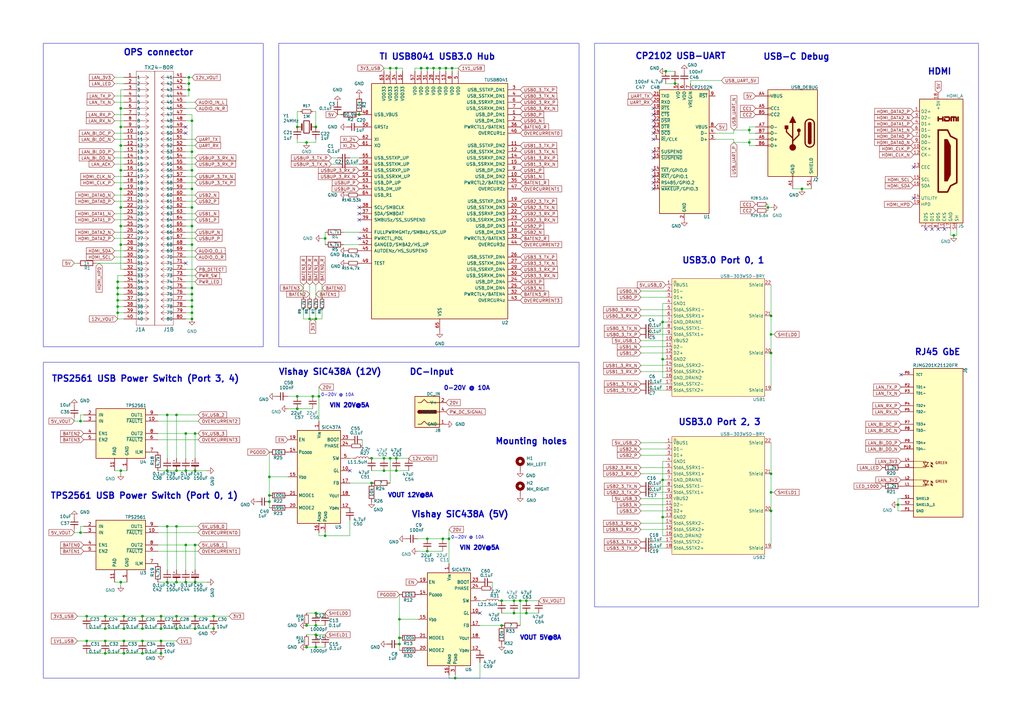
<source format=kicad_sch>
(kicad_sch (version 20250114) (generator "eeschema") (generator_version "9.0")
  (paper "A3")
  (lib_symbols
    (symbol "Connector:HDMI_A"
      (property "Reference" "J" (at -6.35 26.67 0))
      (property "Value" "HDMI_A" (at 10.16 26.67 0))
      (symbol "HDMI_A_1_1"
        (pin passive line (at -10.16 20.32 0) (length 2.54) (name "D2+") (number "1"))
        (pin passive line (at -10.16 17.78 0) (length 2.54) (name "D2-") (number "3"))
        (pin passive line (at -10.16 15.24 0) (length 2.54) (name "D1+") (number "4"))
        (pin passive line (at -10.16 12.7 0) (length 2.54) (name "D1-") (number "6"))
        (pin passive line (at -10.16 10.16 0) (length 2.54) (name "D0+") (number "7"))
        (pin passive line (at -10.16 7.62 0) (length 2.54) (name "D0-") (number "9"))
        (pin passive line (at -10.16 5.08 0) (length 2.54) (name "CK+") (number "10"))
        (pin passive line (at -10.16 2.54 0) (length 2.54) (name "CK-") (number "12"))
        (pin bidirectional line (at -10.16 -2.54 0) (length 2.54) (name "CEC") (number "13"))
        (pin passive line (at -10.16 -7.62 0) (length 2.54) (name "SCL") (number "15"))
        (pin bidirectional line (at -10.16 -10.16 0) (length 2.54) (name "SDA") (number "16"))
        (pin passive line (at -10.16 -15.24 0) (length 2.54) (name "UTILITY") (number "14"))
        (pin passive line (at -10.16 -17.78 0) (length 2.54) (name "HPD") (number "19"))
        (pin power_in line (at -5.08 -27.94 90) (length 2.54) (name "D2S") (number "2"))
        (pin power_in line (at -2.54 -27.94 90) (length 2.54) (name "D1S") (number "5"))
        (pin power_in line (at 0 27.94 270) (length 2.54) (name "+5V") (number "18"))
        (pin power_in line (at 0 -27.94 90) (length 2.54) (name "D0S") (number "8"))
        (pin power_in line (at 2.54 -27.94 90) (length 2.54) (name "CKS") (number "11"))
        (pin power_in line (at 5.08 -27.94 90) (length 2.54) (name "GND") (number "17"))
        (pin passive line (at 7.62 -27.94 90) (length 2.54) (name "SH") (number "SH"))
      )
    )
    (symbol "Connector:Jack-DC" (pin_names (offset 1.016))
      (property "Reference" "J1" (at 0 9.906 0))
      (property "Value" "Jack-DC" (at -0.254 11.176 0))
      (symbol "Jack-DC_1_1"
        (pin passive line (at 7.62 6.35 180) (length 2.54) (name "V+") (number "2"))
        (pin passive line (at 7.62 2.54 180) (length 2.54) (name "SIGNAL") (number "4"))
        (pin passive line (at 7.62 -2.54 180) (length 2.54) (name "GND") (number "1"))
      )
    )
    (symbol "Connector:USB_C_Receptacle_USB2.0_14P" (pin_names (offset 1.016))
      (property "Reference" "J" (at 0 22.225 0))
      (property "Value" "USB_C_Receptacle_USB2.0_14P" (at 0 19.685 0))
      (symbol "USB_C_Receptacle_USB2.0_14P_1_1"
        (pin passive line (at -7.62 -22.86 90) (length 5.08) (name "SHIELD") (number "S1"))
        (pin passive line (at 0 -22.86 90) (length 5.08) (name "GND") (number "A1"))
        (pin passive line (at 0 -22.86 90) (length 5.08) (hide yes) (name "GND") (number "A12"))
        (pin passive line (at 0 -22.86 90) (length 5.08) (hide yes) (name "GND") (number "B1"))
        (pin passive line (at 0 -22.86 90) (length 5.08) (hide yes) (name "GND") (number "B12"))
        (pin passive line (at 15.24 15.24 180) (length 5.08) (name "VBUS") (number "A4"))
        (pin passive line (at 15.24 15.24 180) (length 5.08) (hide yes) (name "VBUS") (number "A9"))
        (pin passive line (at 15.24 15.24 180) (length 5.08) (hide yes) (name "VBUS") (number "B4"))
        (pin passive line (at 15.24 15.24 180) (length 5.08) (hide yes) (name "VBUS") (number "B9"))
        (pin bidirectional line (at 15.24 10.16 180) (length 5.08) (name "CC1") (number "A5"))
        (pin bidirectional line (at 15.24 7.62 180) (length 5.08) (name "CC2") (number "B5"))
        (pin bidirectional line (at 15.24 2.54 180) (length 5.08) (name "D-") (number "A7"))
        (pin bidirectional line (at 15.24 0 180) (length 5.08) (name "D-") (number "B7"))
        (pin bidirectional line (at 15.24 -2.54 180) (length 5.08) (name "D+") (number "A6"))
        (pin bidirectional line (at 15.24 -5.08 180) (length 5.08) (name "D+") (number "B6"))
      )
    )
    (symbol "Device:C_Polarized_Small" (pin_numbers (hide yes)) (pin_names (offset 0.254) (hide yes))
      (property "Reference" "C" (at 0.254 1.778 0))
      (property "Value" "C_Polarized_Small" (at 0.254 -2.032 0))
      (symbol "C_Polarized_Small_1_1"
        (pin passive line (at 0 2.54 270) (length 1.8542) (name "~") (number "1"))
        (pin passive line (at 0 -2.54 90) (length 1.8542) (name "~") (number "2"))
      )
    )
    (symbol "Device:C_Small" (pin_numbers (hide yes)) (pin_names (offset 0.254) (hide yes))
      (property "Reference" "C" (at 0.254 1.778 0))
      (property "Value" "C_Small" (at 0.254 -2.032 0))
      (symbol "C_Small_1_1"
        (pin passive line (at 0 2.54 270) (length 2.032) (name "~") (number "1"))
        (pin passive line (at 0 -2.54 90) (length 2.032) (name "~") (number "2"))
      )
    )
    (symbol "Device:Crystal" (pin_numbers (hide yes)) (pin_names (offset 1.016) (hide yes))
      (property "Reference" "Y" (at 0 3.81 0))
      (property "Value" "Crystal" (at 0 -3.81 0))
      (symbol "Crystal_1_1"
        (pin passive line (at -3.81 0 0) (length 1.27) (name "1") (number "1"))
        (pin passive line (at 3.81 0 180) (length 1.27) (name "2") (number "2"))
      )
    )
    (symbol "Device:L" (pin_numbers (hide yes)) (pin_names (offset 1.016) (hide yes))
      (property "Reference" "L" (at -1.27 0 90))
      (property "Value" "L" (at 1.905 0 90))
      (symbol "L_1_1"
        (pin passive line (at 0 3.81 270) (length 1.27) (name "1") (number "1"))
        (pin passive line (at 0 -3.81 90) (length 1.27) (name "2") (number "2"))
      )
    )
    (symbol "Device:R" (pin_numbers (hide yes)) (pin_names (offset 0))
      (property "Reference" "R" (at 2.032 0 90))
      (property "Value" "R" (at 0 0 90))
      (symbol "R_1_1"
        (pin passive line (at 0 3.81 270) (length 1.27) (name "~") (number "1"))
        (pin passive line (at 0 -3.81 90) (length 1.27) (name "~") (number "2"))
      )
    )
    (symbol "Device:R_Small" (pin_numbers (hide yes)) (pin_names (offset 0.254) (hide yes))
      (property "Reference" "R" (at 0 0 90))
      (property "Value" "R_Small" (at 1.778 0 90))
      (symbol "R_Small_1_1"
        (pin passive line (at 0 2.54 270) (length 0.762) (name "~") (number "1"))
        (pin passive line (at 0 -2.54 90) (length 0.762) (name "~") (number "2"))
      )
    )
    (symbol "Interface_USB:CP2102N-Axx-xQFN24"
      (property "Reference" "U" (at -8.89 26.67 0))
      (property "Value" "CP2102N-Axx-xQFN24" (at 13.97 26.67 0))
      (symbol "CP2102N-Axx-xQFN24_1_1"
        (pin input line (at -12.7 22.86 0) (length 2.54) (name "~{RST}") (number "9"))
        (pin input line (at -12.7 10.16 0) (length 2.54) (name "VBUS") (number "8"))
        (pin bidirectional line (at -12.7 7.62 0) (length 2.54) (name "D-") (number "4"))
        (pin bidirectional line (at -12.7 5.08 0) (length 2.54) (name "D+") (number "3"))
        (pin no_connect line (at -10.16 -22.86 0) (length 2.54) (hide yes) (name "NC") (number "10"))
        (pin power_in line (at -2.54 27.94 270) (length 2.54) (name "VREGIN") (number "7"))
        (pin power_in line (at 0 27.94 270) (length 2.54) (name "VDD") (number "6"))
        (pin power_in line (at 0 -27.94 90) (length 2.54) (name "GND") (number "2"))
        (pin passive line (at 0 -27.94 90) (length 2.54) (hide yes) (name "GND") (number "25"))
        (pin power_in line (at 2.54 27.94 270) (length 2.54) (name "VIO") (number "5"))
        (pin no_connect line (at 10.16 -22.86 180) (length 2.54) (hide yes) (name "NC") (number "16"))
        (pin output line (at 12.7 22.86 180) (length 2.54) (name "TXD") (number "21"))
        (pin input line (at 12.7 20.32 180) (length 2.54) (name "RXD") (number "20"))
        (pin output line (at 12.7 17.78 180) (length 2.54) (name "~{RTS}") (number "19"))
        (pin input line (at 12.7 15.24 180) (length 2.54) (name "~{CTS}") (number "18"))
        (pin input line (at 12.7 12.7 180) (length 2.54) (name "~{DSR}") (number "22"))
        (pin output line (at 12.7 10.16 180) (length 2.54) (name "~{DTR}") (number "23"))
        (pin input line (at 12.7 7.62 180) (length 2.54) (name "~{DCD}") (number "24"))
        (pin bidirectional line (at 12.7 5.08 180) (length 2.54) (name "~{RI}/CLK") (number "1"))
        (pin output line (at 12.7 0 180) (length 2.54) (name "SUSPEND") (number "17"))
        (pin output line (at 12.7 -2.54 180) (length 2.54) (name "~{SUSPEND}") (number "15"))
        (pin bidirectional line (at 12.7 -7.62 180) (length 2.54) (name "~{TXT}/GPIO.0") (number "14"))
        (pin bidirectional line (at 12.7 -10.16 180) (length 2.54) (name "~{RXT}/GPIO.1") (number "13"))
        (pin bidirectional line (at 12.7 -12.7 180) (length 2.54) (name "RS485/GPIO.2") (number "12"))
        (pin bidirectional line (at 12.7 -15.24 180) (length 2.54) (name "~{WAKEUP}/GPIO.3") (number "11"))
      )
    )
    (symbol "Interface_USB:TPS2561" (pin_names (offset 1.016))
      (property "Reference" "U" (at -10.16 12.7 0))
      (property "Value" "TPS2561" (at -5.08 12.7 0))
      (symbol "TPS2561_1_1"
        (pin power_in line (at -15.24 7.62 0) (length 5.08) (name "IN") (number "2"))
        (pin power_in line (at -15.24 5.08 0) (length 5.08) (name "IN") (number "3"))
        (pin input line (at -15.24 0 0) (length 5.08) (name "EN1") (number "4"))
        (pin input line (at -15.24 -2.54 0) (length 5.08) (name "EN2") (number "5"))
        (pin power_in line (at -2.54 -15.24 90) (length 5.08) (name "PAD") (number "11"))
        (pin power_in line (at 2.54 -15.24 90) (length 5.08) (name "GND") (number "1"))
        (pin output line (at 15.24 7.62 180) (length 5.08) (name "OUT1") (number "9"))
        (pin output line (at 15.24 5.08 180) (length 5.08) (name "~{FAULT1}") (number "10"))
        (pin output line (at 15.24 0 180) (length 5.08) (name "OUT2") (number "8"))
        (pin output line (at 15.24 -2.54 180) (length 5.08) (name "~{FAULT2}") (number "6"))
        (pin output line (at 15.24 -7.62 180) (length 5.08) (name "ILM") (number "7"))
      )
    )
    (symbol "Interface_USB:TUSB8041" (pin_names (offset 1.016))
      (property "Reference" "U" (at 15.24 53.34 0))
      (property "Value" "TUSB8041" (at 15.24 50.8 0))
      (symbol "TUSB8041_1_1"
        (pin input line (at -33.02 35.56 0) (length 5.08) (name "USB_VBUS") (number "48"))
        (pin input line (at -33.02 30.48 0) (length 5.08) (name "GRSTz") (number "50"))
        (pin input line (at -33.02 25.4 0) (length 5.08) (name "XI") (number "62"))
        (pin output line (at -33.02 22.86 0) (length 5.08) (name "XO") (number "61"))
        (pin output line (at -33.02 17.78 0) (length 5.08) (name "USB_SSTXP_UP") (number "55"))
        (pin output line (at -33.02 15.24 0) (length 5.08) (name "USB_SSTXM_UP") (number "56"))
        (pin input line (at -33.02 12.7 0) (length 5.08) (name "USB_SSRXP_UP") (number "58"))
        (pin input line (at -33.02 10.16 0) (length 5.08) (name "USB_SSRXM_UP") (number "59"))
        (pin bidirectional line (at -33.02 7.62 0) (length 5.08) (name "USB_DP_UP") (number "53"))
        (pin bidirectional line (at -33.02 5.08 0) (length 5.08) (name "USB_DM_UP") (number "54"))
        (pin input line (at -33.02 2.54 0) (length 5.08) (name "USB_R1") (number "64"))
        (pin bidirectional line (at -33.02 -2.54 0) (length 5.08) (name "SCL/SMBCLK") (number "38"))
        (pin bidirectional line (at -33.02 -5.08 0) (length 5.08) (name "SDA/SMBDAT") (number "37"))
        (pin bidirectional line (at -33.02 -7.62 0) (length 5.08) (name "SMBUSz/SS_SUSPEND") (number "39"))
        (pin bidirectional line (at -33.02 -12.7 0) (length 5.08) (name "FULLPWRMGMTz/SMBA1/SS_UP") (number "40"))
        (pin bidirectional line (at -33.02 -15.24 0) (length 5.08) (name "PWRCTL_POL") (number "41"))
        (pin bidirectional line (at -33.02 -17.78 0) (length 5.08) (name "GANGED/SMBA2/HS_UP") (number "42"))
        (pin bidirectional line (at -33.02 -20.32 0) (length 5.08) (name "AUTOENz/HS_SUSPEND") (number "45"))
        (pin input line (at -33.02 -25.4 0) (length 5.08) (name "TEST") (number "49"))
        (pin power_in line (at -22.86 53.34 270) (length 5.08) (name "VDD33") (number "63"))
        (pin power_in line (at -20.32 53.34 270) (length 5.08) (name "VDD33") (number "52"))
        (pin power_in line (at -17.78 53.34 270) (length 5.08) (name "VDD33") (number "34"))
        (pin power_in line (at -15.24 53.34 270) (length 5.08) (name "VDD33") (number "16"))
        (pin power_in line (at -10.16 53.34 270) (length 5.08) (name "VDD") (number "57"))
        (pin power_in line (at -7.62 53.34 270) (length 5.08) (name "VDD") (number "51"))
        (pin power_in line (at -5.08 53.34 270) (length 5.08) (name "VDD") (number "31"))
        (pin power_in line (at -2.54 53.34 270) (length 5.08) (name "VDD") (number "28"))
        (pin power_in line (at 0 53.34 270) (length 5.08) (name "VDD") (number "21"))
        (pin power_in line (at 0 -53.34 90) (length 5.08) (name "VSS") (number "65"))
        (pin power_in line (at 2.54 53.34 270) (length 5.08) (name "VDD") (number "13"))
        (pin power_in line (at 5.08 53.34 270) (length 5.08) (name "VDD") (number "8"))
        (pin power_in line (at 7.62 53.34 270) (length 5.08) (name "VDD") (number "5"))
        (pin no_connect line (at 27.94 -45.72 180) (length 5.08) (hide yes) (name "NC") (number "60"))
        (pin output line (at 33.02 45.72 180) (length 5.08) (name "USB_SSTXP_DN1") (number "3"))
        (pin output line (at 33.02 43.18 180) (length 5.08) (name "USB_SSTXM_DN1") (number "4"))
        (pin input line (at 33.02 40.64 180) (length 5.08) (name "USB_SSRXP_DN1") (number "6"))
        (pin input line (at 33.02 38.1 180) (length 5.08) (name "USB_SSRXM_DN1") (number "7"))
        (pin bidirectional line (at 33.02 35.56 180) (length 5.08) (name "USB_DP_DN1") (number "1"))
        (pin bidirectional line (at 33.02 33.02 180) (length 5.08) (name "USB_DM_DN1") (number "2"))
        (pin bidirectional line (at 33.02 30.48 180) (length 5.08) (name "PWRCTL1/BATEN1") (number "36"))
        (pin input line (at 33.02 27.94 180) (length 5.08) (name "OVERCUR1z") (number "46"))
        (pin output line (at 33.02 22.86 180) (length 5.08) (name "USB_SSTXP_DN2") (number "11"))
        (pin output line (at 33.02 20.32 180) (length 5.08) (name "USB_SSTXM_DN2") (number "12"))
        (pin input line (at 33.02 17.78 180) (length 5.08) (name "USB_SSRXP_DN2") (number "14"))
        (pin input line (at 33.02 15.24 180) (length 5.08) (name "USB_SSRXM_DN2") (number "15"))
        (pin bidirectional line (at 33.02 12.7 180) (length 5.08) (name "USB_DP_DN2") (number "9"))
        (pin bidirectional line (at 33.02 10.16 180) (length 5.08) (name "USB_DM_DN2") (number "10"))
        (pin bidirectional line (at 33.02 7.62 180) (length 5.08) (name "PWRCTL2/BATEN2") (number "35"))
        (pin input line (at 33.02 5.08 180) (length 5.08) (name "OVERCUR2z") (number "47"))
        (pin output line (at 33.02 0 180) (length 5.08) (name "USB_SSTXP_DN3") (number "19"))
        (pin output line (at 33.02 -2.54 180) (length 5.08) (name "USB_SSTXM_DN3") (number "20"))
        (pin input line (at 33.02 -5.08 180) (length 5.08) (name "USB_SSRXP_DN3") (number "22"))
        (pin input line (at 33.02 -7.62 180) (length 5.08) (name "USB_SSRXM_DN3") (number "23"))
        (pin bidirectional line (at 33.02 -10.16 180) (length 5.08) (name "USB_DP_DN3") (number "17"))
        (pin bidirectional line (at 33.02 -12.7 180) (length 5.08) (name "USB_DM_DN3") (number "18"))
        (pin bidirectional line (at 33.02 -15.24 180) (length 5.08) (name "PWRCTL3/BATEN3") (number "33"))
        (pin input line (at 33.02 -17.78 180) (length 5.08) (name "OVERCUR3z") (number "44"))
        (pin output line (at 33.02 -22.86 180) (length 5.08) (name "USB_SSTXP_DN4") (number "26"))
        (pin output line (at 33.02 -25.4 180) (length 5.08) (name "USB_SSTXM_DN4") (number "27"))
        (pin input line (at 33.02 -27.94 180) (length 5.08) (name "USB_SSRXP_DN4") (number "29"))
        (pin input line (at 33.02 -30.48 180) (length 5.08) (name "USB_SSRXM_DN4") (number "30"))
        (pin bidirectional line (at 33.02 -33.02 180) (length 5.08) (name "USB_DP_DN4") (number "24"))
        (pin bidirectional line (at 33.02 -35.56 180) (length 5.08) (name "USB_DM_DN4") (number "25"))
        (pin bidirectional line (at 33.02 -38.1 180) (length 5.08) (name "PWRCTL4/BATEN4") (number "32"))
        (pin input line (at 33.02 -40.64 180) (length 5.08) (name "OVERCUR4z") (number "43"))
      )
    )
    (symbol "Mechanical:MountingHole_Pad" (pin_numbers (hide yes)) (pin_names (offset 1.016) (hide yes)) (in_bom no)
      (property "Reference" "H" (at 0 6.35 0))
      (property "Value" "MountingHole_Pad" (at 0 4.445 0))
      (symbol "MountingHole_Pad_1_1"
        (pin input line (at 0 -2.54 90) (length 2.54) (name "1") (number "1"))
      )
    )
    (symbol "RJMG201K21120FR:RJMG201K21120FR" (pin_names (offset 1.016))
      (property "Reference" "J" (at -10.16 29.21 0))
      (property "Value" "RJMG201K21120FR" (at -10.16 -33.782 0))
      (symbol "RJMG201K21120FR_0_0"
        (text "GREEN" (at -1.27 -10.16 0) (effects (font (size 1.016 1.016)) (justify left top)))
        (text "GREEN" (at -1.27 -17.78 0) (effects (font (size 1.016 1.016)) (justify left top)))
        (pin passive line (at -15.24 25.4 0) (length 5.08) (name "TCT") (number "P6"))
        (pin passive line (at -15.24 20.32 0) (length 5.08) (name "TD1+") (number "P2"))
        (pin passive line (at -15.24 17.78 0) (length 5.08) (name "TD1-") (number "P3"))
        (pin passive line (at -15.24 12.7 0) (length 5.08) (name "TD2+") (number "P4"))
        (pin passive line (at -15.24 10.16 0) (length 5.08) (name "TD2-") (number "P5"))
        (pin passive line (at -15.24 5.08 0) (length 5.08) (name "TD3+") (number "P7"))
        (pin passive line (at -15.24 2.54 0) (length 5.08) (name "TD3-") (number "P8"))
        (pin passive line (at -15.24 -2.54 0) (length 5.08) (name "TD4+") (number "P9"))
        (pin passive line (at -15.24 -5.08 0) (length 5.08) (name "TD4-") (number "P10"))
        (pin passive line (at -15.24 -10.16 0) (length 5.08) (name "~") (number "L4"))
        (pin passive line (at -15.24 -12.7 0) (length 5.08) (name "~") (number "L3"))
        (pin passive line (at -15.24 -17.78 0) (length 5.08) (name "~") (number "L2"))
        (pin passive line (at -15.24 -20.32 0) (length 5.08) (name "~") (number "L1"))
        (pin passive line (at -15.24 -25.4 0) (length 5.08) (name "SHIELD") (number "S1"))
        (pin passive line (at -15.24 -27.94 0) (length 5.08) (name "SHIELD__1") (number "S2"))
        (pin power_in line (at -15.24 -30.48 0) (length 5.08) (name "GND") (number "P1"))
      )
    )
    (symbol "Regulator_Switching:SIC437A"
      (property "Reference" "U" (at -7.62 20.32 0))
      (property "Value" "SIC437A" (at 5.08 20.32 0))
      (symbol "SIC437A_1_1"
        (pin input line (at -12.7 15.24 0) (length 3.81) (name "EN") (number "19"))
        (pin open_collector line (at -12.7 10.16 0) (length 3.81) (name "P_{GOOD}") (number "14"))
        (pin power_out line (at -12.7 0 0) (length 3.81) (name "V_{DD}") (number "15"))
        (pin input line (at -12.7 -7.62 0) (length 3.81) (name "MODE1") (number "21"))
        (pin input line (at -12.7 -12.7 0) (length 3.81) (name "MODE2") (number "20"))
        (pin power_in line (at 0 22.86 270) (length 3.81) (name "V_{IN}") (number "1"))
        (pin passive line (at 0 22.86 270) (length 3.81) (hide yes) (name "V_{IN}") (number "2"))
        (pin passive line (at 0 22.86 270) (length 3.81) (hide yes) (name "V_{IN}") (number "22"))
        (pin passive line (at 0 22.86 270) (length 3.81) (hide yes) (name "V_{IN}") (number "26"))
        (pin power_in line (at 0 -22.86 90) (length 3.81) (name "A_{GND}") (number "16"))
        (pin passive line (at 0 -22.86 90) (length 3.81) (hide yes) (name "A_{GND}") (number "25"))
        (pin passive line (at 2.54 -22.86 90) (length 3.81) (hide yes) (name "P_{GND}") (number "13"))
        (pin passive line (at 2.54 -22.86 90) (length 3.81) (hide yes) (name "P_{GND}") (number "27"))
        (pin power_in line (at 2.54 -22.86 90) (length 3.81) (name "P_{GND}") (number "3"))
        (pin passive line (at 2.54 -22.86 90) (length 3.81) (hide yes) (name "P_{GND}") (number "4"))
        (pin input line (at 12.7 15.24 180) (length 3.81) (name "BOOT") (number "23"))
        (pin output line (at 12.7 12.7 180) (length 3.81) (name "PHASE") (number "24"))
        (pin power_out line (at 12.7 7.62 180) (length 3.81) (name "SW") (number "5"))
        (pin passive line (at 12.7 7.62 180) (length 3.81) (hide yes) (name "SW") (number "6"))
        (pin passive line (at 12.7 7.62 180) (length 3.81) (hide yes) (name "SW") (number "7"))
        (pin passive line (at 12.7 7.62 180) (length 3.81) (hide yes) (name "SW") (number "8"))
        (pin passive line (at 12.7 7.62 180) (length 3.81) (hide yes) (name "SW") (number "9"))
        (pin output line (at 12.7 2.54 180) (length 3.81) (name "GL") (number "10"))
        (pin passive line (at 12.7 2.54 180) (length 3.81) (hide yes) (name "GL") (number "11"))
        (pin passive line (at 12.7 2.54 180) (length 3.81) (hide yes) (name "GL") (number "28"))
        (pin input line (at 12.7 -2.54 180) (length 3.81) (name "FB") (number "17"))
        (pin input line (at 12.7 -7.62 180) (length 3.81) (name "V_{OUT}") (number "18"))
        (pin power_out line (at 12.7 -12.7 180) (length 3.81) (name "V_{DRV}") (number "12"))
      )
    )
    (symbol "TX24_80R_LT_H1E:TX24-80R-LT-H1E" (pin_names (offset 0.254))
      (property "Reference" "J" (at 8.89 6.35 0))
      (property "Value" "TX24-80R-LT-H1E" (at 0 0 0))
      (symbol "TX24-80R-LT-H1E_1_1"
        (pin unspecified line (at 0 0 0) (length 5.08) (name "1") (number "1"))
        (pin unspecified line (at 0 -2.54 0) (length 5.08) (name "2") (number "2"))
        (pin unspecified line (at 0 -5.08 0) (length 5.08) (name "3") (number "3"))
        (pin unspecified line (at 0 -7.62 0) (length 5.08) (name "4") (number "4"))
        (pin unspecified line (at 0 -10.16 0) (length 5.08) (name "5") (number "5"))
        (pin unspecified line (at 0 -12.7 0) (length 5.08) (name "6") (number "6"))
        (pin unspecified line (at 0 -15.24 0) (length 5.08) (name "7") (number "7"))
        (pin unspecified line (at 0 -17.78 0) (length 5.08) (name "8") (number "8"))
        (pin unspecified line (at 0 -20.32 0) (length 5.08) (name "9") (number "9"))
        (pin unspecified line (at 0 -22.86 0) (length 5.08) (name "10") (number "10"))
        (pin unspecified line (at 0 -25.4 0) (length 5.08) (name "11") (number "11"))
        (pin unspecified line (at 0 -27.94 0) (length 5.08) (name "12") (number "12"))
        (pin unspecified line (at 0 -30.48 0) (length 5.08) (name "13") (number "13"))
        (pin unspecified line (at 0 -33.02 0) (length 5.08) (name "14") (number "14"))
        (pin unspecified line (at 0 -35.56 0) (length 5.08) (name "15") (number "15"))
        (pin unspecified line (at 0 -38.1 0) (length 5.08) (name "16") (number "16"))
        (pin unspecified line (at 0 -40.64 0) (length 5.08) (name "17") (number "17"))
        (pin unspecified line (at 0 -43.18 0) (length 5.08) (name "18") (number "18"))
        (pin unspecified line (at 0 -45.72 0) (length 5.08) (name "19") (number "19"))
        (pin unspecified line (at 0 -48.26 0) (length 5.08) (name "20") (number "20"))
        (pin unspecified line (at 0 -50.8 0) (length 5.08) (name "21") (number "21"))
        (pin unspecified line (at 0 -53.34 0) (length 5.08) (name "22") (number "22"))
        (pin unspecified line (at 0 -55.88 0) (length 5.08) (name "23") (number "23"))
        (pin unspecified line (at 0 -58.42 0) (length 5.08) (name "24") (number "24"))
        (pin unspecified line (at 0 -60.96 0) (length 5.08) (name "25") (number "25"))
        (pin unspecified line (at 0 -63.5 0) (length 5.08) (name "26") (number "26"))
        (pin unspecified line (at 0 -66.04 0) (length 5.08) (name "27") (number "27"))
        (pin unspecified line (at 0 -68.58 0) (length 5.08) (name "28") (number "28"))
        (pin unspecified line (at 0 -71.12 0) (length 5.08) (name "29") (number "29"))
        (pin unspecified line (at 0 -73.66 0) (length 5.08) (name "30") (number "30"))
        (pin unspecified line (at 0 -76.2 0) (length 5.08) (name "31") (number "31"))
        (pin unspecified line (at 0 -78.74 0) (length 5.08) (name "32") (number "32"))
        (pin unspecified line (at 0 -81.28 0) (length 5.08) (name "33") (number "33"))
        (pin unspecified line (at 0 -83.82 0) (length 5.08) (name "34") (number "34"))
        (pin unspecified line (at 0 -86.36 0) (length 5.08) (name "35") (number "35"))
        (pin unspecified line (at 0 -88.9 0) (length 5.08) (name "36") (number "36"))
        (pin unspecified line (at 0 -91.44 0) (length 5.08) (name "37") (number "37"))
        (pin unspecified line (at 0 -93.98 0) (length 5.08) (name "38") (number "38"))
        (pin unspecified line (at 0 -96.52 0) (length 5.08) (name "39") (number "39"))
        (pin unspecified line (at 0 -99.06 0) (length 5.08) (name "40") (number "40"))
      )
      (symbol "TX24-80R-LT-H1E_1_2"
        (pin unspecified line (at 0 0 0) (length 5.08) (name "1") (number "1"))
        (pin unspecified line (at 0 -2.54 0) (length 5.08) (name "2") (number "2"))
        (pin unspecified line (at 0 -5.08 0) (length 5.08) (name "3") (number "3"))
        (pin unspecified line (at 0 -7.62 0) (length 5.08) (name "4") (number "4"))
        (pin unspecified line (at 0 -10.16 0) (length 5.08) (name "5") (number "5"))
        (pin unspecified line (at 0 -12.7 0) (length 5.08) (name "6") (number "6"))
        (pin unspecified line (at 0 -15.24 0) (length 5.08) (name "7") (number "7"))
        (pin unspecified line (at 0 -17.78 0) (length 5.08) (name "8") (number "8"))
        (pin unspecified line (at 0 -20.32 0) (length 5.08) (name "9") (number "9"))
        (pin unspecified line (at 0 -22.86 0) (length 5.08) (name "10") (number "10"))
        (pin unspecified line (at 0 -25.4 0) (length 5.08) (name "11") (number "11"))
        (pin unspecified line (at 0 -27.94 0) (length 5.08) (name "12") (number "12"))
        (pin unspecified line (at 0 -30.48 0) (length 5.08) (name "13") (number "13"))
        (pin unspecified line (at 0 -33.02 0) (length 5.08) (name "14") (number "14"))
        (pin unspecified line (at 0 -35.56 0) (length 5.08) (name "15") (number "15"))
        (pin unspecified line (at 0 -38.1 0) (length 5.08) (name "16") (number "16"))
        (pin unspecified line (at 0 -40.64 0) (length 5.08) (name "17") (number "17"))
        (pin unspecified line (at 0 -43.18 0) (length 5.08) (name "18") (number "18"))
        (pin unspecified line (at 0 -45.72 0) (length 5.08) (name "19") (number "19"))
        (pin unspecified line (at 0 -48.26 0) (length 5.08) (name "20") (number "20"))
        (pin unspecified line (at 0 -50.8 0) (length 5.08) (name "21") (number "21"))
        (pin unspecified line (at 0 -53.34 0) (length 5.08) (name "22") (number "22"))
        (pin unspecified line (at 0 -55.88 0) (length 5.08) (name "23") (number "23"))
        (pin unspecified line (at 0 -58.42 0) (length 5.08) (name "24") (number "24"))
        (pin unspecified line (at 0 -60.96 0) (length 5.08) (name "25") (number "25"))
        (pin unspecified line (at 0 -63.5 0) (length 5.08) (name "26") (number "26"))
        (pin unspecified line (at 0 -66.04 0) (length 5.08) (name "27") (number "27"))
        (pin unspecified line (at 0 -68.58 0) (length 5.08) (name "28") (number "28"))
        (pin unspecified line (at 0 -71.12 0) (length 5.08) (name "29") (number "29"))
        (pin unspecified line (at 0 -73.66 0) (length 5.08) (name "30") (number "30"))
        (pin unspecified line (at 0 -76.2 0) (length 5.08) (name "31") (number "31"))
        (pin unspecified line (at 0 -78.74 0) (length 5.08) (name "32") (number "32"))
        (pin unspecified line (at 0 -81.28 0) (length 5.08) (name "33") (number "33"))
        (pin unspecified line (at 0 -83.82 0) (length 5.08) (name "34") (number "34"))
        (pin unspecified line (at 0 -86.36 0) (length 5.08) (name "35") (number "35"))
        (pin unspecified line (at 0 -88.9 0) (length 5.08) (name "36") (number "36"))
        (pin unspecified line (at 0 -91.44 0) (length 5.08) (name "37") (number "37"))
        (pin unspecified line (at 0 -93.98 0) (length 5.08) (name "38") (number "38"))
        (pin unspecified line (at 0 -96.52 0) (length 5.08) (name "39") (number "39"))
        (pin unspecified line (at 0 -99.06 0) (length 5.08) (name "40") (number "40"))
      )
      (symbol "TX24-80R-LT-H1E_2_1"
        (pin unspecified line (at -10.16 50.8 0) (length 5.08) (name "41") (number "41"))
        (pin unspecified line (at -10.16 48.26 0) (length 5.08) (name "42") (number "42"))
        (pin unspecified line (at -10.16 45.72 0) (length 5.08) (name "43") (number "43"))
        (pin unspecified line (at -10.16 43.18 0) (length 5.08) (name "44") (number "44"))
        (pin unspecified line (at -10.16 40.64 0) (length 5.08) (name "45") (number "45"))
        (pin unspecified line (at -10.16 38.1 0) (length 5.08) (name "46") (number "46"))
        (pin unspecified line (at -10.16 35.56 0) (length 5.08) (name "47") (number "47"))
        (pin unspecified line (at -10.16 33.02 0) (length 5.08) (name "48") (number "48"))
        (pin unspecified line (at -10.16 30.48 0) (length 5.08) (name "49") (number "49"))
        (pin unspecified line (at -10.16 27.94 0) (length 5.08) (name "50") (number "50"))
        (pin unspecified line (at -10.16 25.4 0) (length 5.08) (name "51") (number "51"))
        (pin unspecified line (at -10.16 22.86 0) (length 5.08) (name "52") (number "52"))
        (pin unspecified line (at -10.16 20.32 0) (length 5.08) (name "53") (number "53"))
        (pin unspecified line (at -10.16 17.78 0) (length 5.08) (name "54") (number "54"))
        (pin unspecified line (at -10.16 15.24 0) (length 5.08) (name "55") (number "55"))
        (pin unspecified line (at -10.16 12.7 0) (length 5.08) (name "56") (number "56"))
        (pin unspecified line (at -10.16 10.16 0) (length 5.08) (name "57") (number "57"))
        (pin unspecified line (at -10.16 7.62 0) (length 5.08) (name "58") (number "58"))
        (pin unspecified line (at -10.16 5.08 0) (length 5.08) (name "59") (number "59"))
        (pin unspecified line (at -10.16 2.54 0) (length 5.08) (name "60") (number "60"))
        (pin unspecified line (at -10.16 0 0) (length 5.08) (name "61") (number "61"))
        (pin unspecified line (at -10.16 -2.54 0) (length 5.08) (name "62") (number "62"))
        (pin unspecified line (at -10.16 -5.08 0) (length 5.08) (name "63") (number "63"))
        (pin unspecified line (at -10.16 -7.62 0) (length 5.08) (name "64") (number "64"))
        (pin unspecified line (at -10.16 -10.16 0) (length 5.08) (name "65") (number "65"))
        (pin unspecified line (at -10.16 -12.7 0) (length 5.08) (name "66") (number "66"))
        (pin unspecified line (at -10.16 -15.24 0) (length 5.08) (name "67") (number "67"))
        (pin unspecified line (at -10.16 -17.78 0) (length 5.08) (name "68") (number "68"))
        (pin unspecified line (at -10.16 -20.32 0) (length 5.08) (name "69") (number "69"))
        (pin unspecified line (at -10.16 -22.86 0) (length 5.08) (name "70") (number "70"))
        (pin unspecified line (at -10.16 -25.4 0) (length 5.08) (name "71") (number "71"))
        (pin unspecified line (at -10.16 -27.94 0) (length 5.08) (name "72") (number "72"))
        (pin unspecified line (at -10.16 -30.48 0) (length 5.08) (name "73") (number "73"))
        (pin unspecified line (at -10.16 -33.02 0) (length 5.08) (name "74") (number "74"))
        (pin unspecified line (at -10.16 -35.56 0) (length 5.08) (name "75") (number "75"))
        (pin unspecified line (at -10.16 -38.1 0) (length 5.08) (name "76") (number "76"))
        (pin unspecified line (at -10.16 -40.64 0) (length 5.08) (name "77") (number "77"))
        (pin unspecified line (at -10.16 -43.18 0) (length 5.08) (name "78") (number "78"))
        (pin unspecified line (at -10.16 -45.72 0) (length 5.08) (name "79") (number "79"))
        (pin unspecified line (at -10.16 -48.26 0) (length 5.08) (name "80") (number "80"))
      )
      (symbol "TX24-80R-LT-H1E_2_2"
        (pin unspecified line (at -10.16 50.8 0) (length 5.08) (name "41") (number "41"))
        (pin unspecified line (at -10.16 48.26 0) (length 5.08) (name "42") (number "42"))
        (pin unspecified line (at -10.16 45.72 0) (length 5.08) (name "43") (number "43"))
        (pin unspecified line (at -10.16 43.18 0) (length 5.08) (name "44") (number "44"))
        (pin unspecified line (at -10.16 40.64 0) (length 5.08) (name "45") (number "45"))
        (pin unspecified line (at -10.16 38.1 0) (length 5.08) (name "46") (number "46"))
        (pin unspecified line (at -10.16 35.56 0) (length 5.08) (name "47") (number "47"))
        (pin unspecified line (at -10.16 33.02 0) (length 5.08) (name "48") (number "48"))
        (pin unspecified line (at -10.16 30.48 0) (length 5.08) (name "49") (number "49"))
        (pin unspecified line (at -10.16 27.94 0) (length 5.08) (name "50") (number "50"))
        (pin unspecified line (at -10.16 25.4 0) (length 5.08) (name "51") (number "51"))
        (pin unspecified line (at -10.16 22.86 0) (length 5.08) (name "52") (number "52"))
        (pin unspecified line (at -10.16 20.32 0) (length 5.08) (name "53") (number "53"))
        (pin unspecified line (at -10.16 17.78 0) (length 5.08) (name "54") (number "54"))
        (pin unspecified line (at -10.16 15.24 0) (length 5.08) (name "55") (number "55"))
        (pin unspecified line (at -10.16 12.7 0) (length 5.08) (name "56") (number "56"))
        (pin unspecified line (at -10.16 10.16 0) (length 5.08) (name "57") (number "57"))
        (pin unspecified line (at -10.16 7.62 0) (length 5.08) (name "58") (number "58"))
        (pin unspecified line (at -10.16 5.08 0) (length 5.08) (name "59") (number "59"))
        (pin unspecified line (at -10.16 2.54 0) (length 5.08) (name "60") (number "60"))
        (pin unspecified line (at -10.16 0 0) (length 5.08) (name "61") (number "61"))
        (pin unspecified line (at -10.16 -2.54 0) (length 5.08) (name "62") (number "62"))
        (pin unspecified line (at -10.16 -5.08 0) (length 5.08) (name "63") (number "63"))
        (pin unspecified line (at -10.16 -7.62 0) (length 5.08) (name "64") (number "64"))
        (pin unspecified line (at -10.16 -10.16 0) (length 5.08) (name "65") (number "65"))
        (pin unspecified line (at -10.16 -12.7 0) (length 5.08) (name "66") (number "66"))
        (pin unspecified line (at -10.16 -15.24 0) (length 5.08) (name "67") (number "67"))
        (pin unspecified line (at -10.16 -17.78 0) (length 5.08) (name "68") (number "68"))
        (pin unspecified line (at -10.16 -20.32 0) (length 5.08) (name "69") (number "69"))
        (pin unspecified line (at -10.16 -22.86 0) (length 5.08) (name "70") (number "70"))
        (pin unspecified line (at -10.16 -25.4 0) (length 5.08) (name "71") (number "71"))
        (pin unspecified line (at -10.16 -27.94 0) (length 5.08) (name "72") (number "72"))
        (pin unspecified line (at -10.16 -30.48 0) (length 5.08) (name "73") (number "73"))
        (pin unspecified line (at -10.16 -33.02 0) (length 5.08) (name "74") (number "74"))
        (pin unspecified line (at -10.16 -35.56 0) (length 5.08) (name "75") (number "75"))
        (pin unspecified line (at -10.16 -38.1 0) (length 5.08) (name "76") (number "76"))
        (pin unspecified line (at -10.16 -40.64 0) (length 5.08) (name "77") (number "77"))
        (pin unspecified line (at -10.16 -43.18 0) (length 5.08) (name "78") (number "78"))
        (pin unspecified line (at -10.16 -45.72 0) (length 5.08) (name "79") (number "79"))
        (pin unspecified line (at -10.16 -48.26 0) (length 5.08) (name "80") (number "80"))
      )
    )
    (symbol "XUNPU-USB-303WSD-BRY:USB-303WSD-BRY"
      (property "Reference" "USB" (at 0 26.67 0))
      (property "Value" "USB-303WSD-BRY" (at 0 -26.67 0))
      (symbol "USB-303WSD-BRY_0_1"
        (pin unspecified line (at -21.59 21.59 0) (length 2.54) (name "VBUS1") (number "1"))
        (pin unspecified line (at -21.59 19.05 0) (length 2.54) (name "D1-") (number "2"))
        (pin unspecified line (at -21.59 16.51 0) (length 2.54) (name "D1+") (number "3"))
        (pin unspecified line (at -21.59 13.97 0) (length 2.54) (name "GND1") (number "4"))
        (pin unspecified line (at -21.59 11.43 0) (length 2.54) (name "StdA_SSRX1-") (number "5"))
        (pin unspecified line (at -21.59 8.89 0) (length 2.54) (name "StdA_SSRX1+") (number "6"))
        (pin unspecified line (at -21.59 6.35 0) (length 2.54) (name "GND_DRAIN1") (number "7"))
        (pin unspecified line (at -21.59 3.81 0) (length 2.54) (name "StdA_SSTX1-") (number "8"))
        (pin unspecified line (at -21.59 1.27 0) (length 2.54) (name "StdA_SSTX1+") (number "9"))
        (pin unspecified line (at -21.59 -1.27 0) (length 2.54) (name "VBUS2") (number "10"))
        (pin unspecified line (at -21.59 -3.81 0) (length 2.54) (name "D2-") (number "11"))
        (pin unspecified line (at -21.59 -6.35 0) (length 2.54) (name "D2+") (number "12"))
        (pin unspecified line (at -21.59 -8.89 0) (length 2.54) (name "GND2") (number "13"))
        (pin unspecified line (at -21.59 -11.43 0) (length 2.54) (name "StdA_SSRX2-") (number "14"))
        (pin unspecified line (at -21.59 -13.97 0) (length 2.54) (name "StdA_SSRX2+") (number "15"))
        (pin unspecified line (at -21.59 -16.51 0) (length 2.54) (name "GND_DRAIN2") (number "16"))
        (pin unspecified line (at -21.59 -19.05 0) (length 2.54) (name "StdA_SSTX2-") (number "17"))
        (pin unspecified line (at -21.59 -21.59 0) (length 2.54) (name "StdA_SSTX2+") (number "18"))
        (pin unspecified line (at 21.59 21.59 180) (length 2.54) (name "Shield") (number "22"))
        (pin unspecified line (at 21.59 8.89 180) (length 2.54) (name "Shield") (number "21"))
        (pin unspecified line (at 21.59 -6.35 180) (length 2.54) (name "Shield") (number "20"))
        (pin unspecified line (at 21.59 -21.59 180) (length 2.54) (name "Shield") (number "19"))
      )
    )
    (symbol "power:GND" (power) (pin_numbers (hide yes)) (pin_names (offset 0) (hide yes))
      (property "Value" "GND" (at 0 -3.81 0))
      (symbol "GND_1_1"
        (pin power_in line (at 0 0 270) (length 0) (name "~") (number "1"))
      )
    )
  )
  (rectangle (start 114.3 17.78) (end 237.49 142.24))
  (rectangle (start 17.78 148.59) (end 237.49 278.13))
  (rectangle (start 17.78 17.78) (end 107.95 142.24))
  (rectangle (start 243.84 17.78) (end 401.32 248.92))
  (text "USB3.0 Port 0, 1" (at 296.672 106.934 0) (effects (font (size 2.54 2.54) (thickness 0.508) (bold yes))))
  (text "0-20V @ 10A" (at 191.516 159.258 0) (effects (font (size 1.778 1.778) (thickness 0.3556) (bold yes))))
  (text "USB-C Debug" (at 326.644 23.368 0) (effects (font (size 2.54 2.54) (thickness 0.508) (bold yes))))
  (text "Vishay SiC438A (5V)" (at 188.722 211.074 0) (effects (font (size 2.54 2.54) (thickness 0.508) (bold yes))))
  (text "VOUT 5V@8A" (at 221.742 261.62 0) (effects (font (size 1.778 1.778) (thickness 0.508) (bold yes))))
  (text "VIN 20V@5A " (at 197.358 224.79 0) (effects (font (size 1.778 1.778) (thickness 0.508) (bold yes))))
  (text "0-20V @ 10A" (at 138.43 162.052 0) (effects (font (size 1.27 1.27))))
  (text "Vishay SiC438A (12V)" (at 135.382 152.654 0) (effects (font (size 2.54 2.54) (thickness 0.508) (bold yes))))
  (text "CP2102 USB-UART" (at 279.146 23.114 0) (effects (font (size 2.54 2.54) (thickness 0.508) (bold yes))))
  (text "RJ45 GbE" (at 384.556 144.526 0) (effects (font (size 2.54 2.54) (thickness 0.508) (bold yes))))
  (text "TI USB8041 USB3.0 Hub" (at 179.324 23.368 0) (effects (font (size 2.54 2.54) (thickness 0.508) (bold yes))))
  (text "Mounting holes" (at 217.932 181.102 0) (effects (font (size 2.54 2.54) (thickness 0.508) (bold yes))))
  (text "VIN 20V@5A " (at 144.018 166.37 0) (effects (font (size 1.778 1.778) (thickness 0.508) (bold yes))))
  (text "0-20V @ 10A" (at 191.77 220.472 0) (effects (font (size 1.27 1.27))))
  (text "USB3.0 Port 2, 3" (at 295.148 173.228 0) (effects (font (size 2.54 2.54) (thickness 0.508) (bold yes))))
  (text "OPS connector" (at 65.024 21.59 0) (effects (font (size 2.54 2.54) (thickness 0.508) (bold yes))))
  (text "TPS2561 USB Power Switch (Port 0, 1)" (at 59.182 203.454 0) (effects (font (size 2.54 2.54) (thickness 0.508) (bold yes))))
  (text "HDMI " (at 386.334 29.464 0) (effects (font (size 2.54 2.54) (thickness 0.508) (bold yes))))
  (text "VOUT 12V@8A" (at 168.402 203.2 0) (effects (font (size 1.778 1.778) (thickness 0.508) (bold yes))))
  (text "DC-Input" (at 177.038 152.654 0) (effects (font (size 2.54 2.54) (thickness 0.508) (bold yes))))
  (text "TPS2561 USB Power Switch (Port 3, 4)" (at 59.69 155.448 0) (effects (font (size 2.54 2.54) (thickness 0.508) (bold yes))))
  (junction (at 77.47 36.83))
  (junction (at 184.15 220.98))
  (junction (at 129.54 251.46))
  (junction (at 180.34 27.94))
  (junction (at 78.74 77.47))
  (junction (at 87.63 257.81))
  (junction (at 181.61 220.98))
  (junction (at 49.53 193.04))
  (junction (at 68.58 215.9))
  (junction (at 48.26 120.65))
  (junction (at 58.42 252.73))
  (junction (at 205.74 246.38))
  (junction (at 49.53 69.85))
  (junction (at 163.83 254))
  (junction (at 316.23 209.55))
  (junction (at 130.81 162.56))
  (junction (at 43.18 257.81))
  (junction (at 50.8 262.89))
  (junction (at 162.56 193.04))
  (junction (at 160.02 27.94))
  (junction (at 50.8 252.73))
  (junction (at 78.74 69.85))
  (junction (at 77.47 34.29))
  (junction (at 162.56 187.96))
  (junction (at 49.53 100.33))
  (junction (at 78.74 62.23))
  (junction (at 129.54 260.35))
  (junction (at 80.01 193.04))
  (junction (at 33.02 218.44))
  (junction (at 58.42 267.97))
  (junction (at 49.53 59.69))
  (junction (at 127 130.81))
  (junction (at 163.83 264.16))
  (junction (at 49.53 44.45))
  (junction (at 210.82 251.46))
  (junction (at 78.74 123.19))
  (junction (at 72.39 252.73))
  (junction (at 72.39 170.18))
  (junction (at 110.49 203.2))
  (junction (at 80.01 223.52))
  (junction (at 72.39 238.76))
  (junction (at 78.74 130.81))
  (junction (at 147.32 46.99))
  (junction (at 48.26 115.57))
  (junction (at 157.48 187.96))
  (junction (at 328.93 77.47))
  (junction (at 133.35 219.71))
  (junction (at 72.39 215.9))
  (junction (at 129.54 256.54))
  (junction (at 271.78 212.09))
  (junction (at 172.72 27.94))
  (junction (at 78.74 85.09))
  (junction (at 215.9 246.38))
  (junction (at 110.49 205.74))
  (junction (at 76.2 177.8))
  (junction (at 76.2 193.04))
  (junction (at 66.04 267.97))
  (junction (at 76.2 223.52))
  (junction (at 185.42 27.94))
  (junction (at 66.04 257.81))
  (junction (at 43.18 262.89))
  (junction (at 68.58 238.76))
  (junction (at 48.26 128.27))
  (junction (at 49.53 52.07))
  (junction (at 175.26 27.94))
  (junction (at 215.9 251.46))
  (junction (at 78.74 118.11))
  (junction (at 128.27 162.56))
  (junction (at 78.74 100.33))
  (junction (at 210.82 246.38))
  (junction (at 58.42 257.81))
  (junction (at 129.54 52.07))
  (junction (at 80.01 252.73))
  (junction (at 43.18 267.97))
  (junction (at 66.04 262.89))
  (junction (at 49.53 92.71))
  (junction (at 152.4 198.12))
  (junction (at 80.01 238.76))
  (junction (at 163.83 261.62))
  (junction (at 72.39 257.81))
  (junction (at 316.23 129.54))
  (junction (at 162.56 27.94))
  (junction (at 78.74 128.27))
  (junction (at 121.92 162.56))
  (junction (at 78.74 49.53))
  (junction (at 175.26 226.06))
  (junction (at 33.02 172.72))
  (junction (at 48.26 125.73))
  (junction (at 49.53 85.09))
  (junction (at 125.73 58.42))
  (junction (at 50.8 267.97))
  (junction (at 271.78 196.85))
  (junction (at 49.53 238.76))
  (junction (at 78.74 92.71))
  (junction (at 49.53 77.47))
  (junction (at 391.16 96.52))
  (junction (at 76.2 238.76))
  (junction (at 121.92 52.07))
  (junction (at 58.42 262.89))
  (junction (at 35.56 262.89))
  (junction (at 80.01 177.8))
  (junction (at 66.04 252.73))
  (junction (at 276.86 34.29))
  (junction (at 125.73 256.54))
  (junction (at 271.78 147.32))
  (junction (at 78.74 125.73))
  (junction (at 273.05 29.21))
  (junction (at 68.58 193.04))
  (junction (at 152.4 187.96))
  (junction (at 35.56 252.73))
  (junction (at 43.18 252.73))
  (junction (at 307.34 58.42))
  (junction (at 182.88 27.94))
  (junction (at 271.78 132.08))
  (junction (at 48.26 123.19))
  (junction (at 77.47 31.75))
  (junction (at 213.36 246.38))
  (junction (at 50.8 257.81))
  (junction (at 316.23 144.78))
  (junction (at 87.63 252.73))
  (junction (at 68.58 170.18))
  (junction (at 316.23 137.16))
  (junction (at 80.01 257.81))
  (junction (at 205.74 256.54))
  (junction (at 129.54 130.81))
  (junction (at 314.96 85.09))
  (junction (at 160.02 187.96))
  (junction (at 133.35 97.79))
  (junction (at 175.26 220.98))
  (junction (at 307.34 53.34))
  (junction (at 177.8 27.94))
  (junction (at 48.26 118.11))
  (junction (at 72.39 193.04))
  (junction (at 186.69 278.13))
  (junction (at 125.73 265.43))
  (junction (at 316.23 194.31))
  (junction (at 368.3 207.01))
  (junction (at 121.92 167.64))
  (junction (at 110.49 195.58))
  (junction (at 316.23 201.93))
  (junction (at 78.74 120.65))
  (junction (at 129.54 265.43))
  (junction (at 157.48 193.04))
  (no_connect (at 267.97 69.85))
  (no_connect (at 384.81 93.98))
  (no_connect (at 267.97 49.53))
  (no_connect (at 374.65 81.28))
  (no_connect (at 267.97 52.07))
  (no_connect (at 147.32 97.79))
  (no_connect (at 374.65 68.58))
  (no_connect (at 196.85 251.46))
  (no_connect (at 267.97 46.99))
  (no_connect (at 267.97 54.61))
  (no_connect (at 382.27 93.98))
  (no_connect (at 267.97 62.23))
  (no_connect (at 147.32 85.09))
  (no_connect (at 147.32 90.17))
  (no_connect (at 369.57 153.67))
  (no_connect (at 267.97 57.15))
  (no_connect (at 387.35 93.98))
  (no_connect (at 379.73 93.98))
  (no_connect (at 143.51 193.04))
  (no_connect (at 76.2 107.95))
  (no_connect (at 147.32 87.63))
  (no_connect (at 267.97 77.47))
  (no_connect (at 76.2 54.61))
  (no_connect (at 76.2 52.07))
  (no_connect (at 267.97 64.77))
  (no_connect (at 267.97 44.45))
  (no_connect (at 267.97 74.93))
  (no_connect (at 267.97 72.39))
  (wire (pts (xy 78.74 62.23) (xy 76.2 62.23)))
  (wire (pts (xy 33.02 170.18) (xy 33.02 172.72)))
  (wire (pts (xy 392.43 96.52) (xy 392.43 93.98)))
  (wire (pts (xy 160.02 27.94) (xy 160.02 29.21)))
  (wire (pts (xy 121.92 57.15) (xy 121.92 58.42)))
  (wire (pts (xy 262.89 149.86) (xy 273.05 149.86)))
  (wire (pts (xy 121.92 58.42) (xy 125.73 58.42)))
  (wire (pts (xy 152.4 193.04) (xy 157.48 193.04)))
  (wire (pts (xy 80.01 41.91) (xy 76.2 41.91)))
  (wire (pts (xy 171.45 220.98) (xy 175.26 220.98)))
  (wire (pts (xy 76.2 110.49) (xy 80.01 110.49)))
  (wire (pts (xy 170.18 27.94) (xy 172.72 27.94)))
  (wire (pts (xy 46.99 102.87) (xy 50.8 102.87)))
  (wire (pts (xy 300.99 53.34) (xy 300.99 54.61)))
  (wire (pts (xy 314.96 85.09) (xy 314.96 83.82)))
  (wire (pts (xy 389.89 96.52) (xy 391.16 96.52)))
  (wire (pts (xy 80.01 102.87) (xy 76.2 102.87)))
  (wire (pts (xy 68.58 238.76) (xy 72.39 238.76)))
  (wire (pts (xy 76.2 223.52) (xy 76.2 233.68)))
  (wire (pts (xy 143.51 67.31) (xy 147.32 67.31)))
  (wire (pts (xy 80.01 80.01) (xy 76.2 80.01)))
  (wire (pts (xy 184.15 276.86) (xy 184.15 278.13)))
  (wire (pts (xy 43.18 267.97) (xy 50.8 267.97)))
  (wire (pts (xy 128.27 162.56) (xy 130.81 162.56)))
  (wire (pts (xy 48.26 128.27) (xy 50.8 128.27)))
  (wire (pts (xy 78.74 49.53) (xy 76.2 49.53)))
  (wire (pts (xy 80.01 82.55) (xy 76.2 82.55)))
  (wire (pts (xy 49.53 92.71) (xy 49.53 100.33)))
  (wire (pts (xy 325.12 77.47) (xy 328.93 77.47)))
  (wire (pts (xy 170.18 29.21) (xy 170.18 27.94)))
  (wire (pts (xy 72.39 193.04) (xy 76.2 193.04)))
  (wire (pts (xy 175.26 29.21) (xy 175.26 27.94)))
  (wire (pts (xy 140.97 95.25) (xy 147.32 95.25)))
  (wire (pts (xy 368.3 207.01) (xy 368.3 209.55)))
  (wire (pts (xy 271.78 189.23) (xy 273.05 189.23)))
  (wire (pts (xy 273.05 29.21) (xy 276.86 29.21)))
  (wire (pts (xy 76.2 31.75) (xy 77.47 31.75)))
  (wire (pts (xy 68.58 215.9) (xy 68.58 233.68)))
  (wire (pts (xy 68.58 193.04) (xy 72.39 193.04)))
  (wire (pts (xy 127 130.81) (xy 129.54 130.81)))
  (wire (pts (xy 262.89 184.15) (xy 273.05 184.15)))
  (wire (pts (xy 133.35 97.79) (xy 132.08 97.79)))
  (wire (pts (xy 273.05 34.29) (xy 276.86 34.29)))
  (wire (pts (xy 46.99 67.31) (xy 50.8 67.31)))
  (wire (pts (xy 49.53 92.71) (xy 50.8 92.71)))
  (wire (pts (xy 46.99 238.76) (xy 49.53 238.76)))
  (wire (pts (xy 262.89 139.7) (xy 273.05 139.7)))
  (wire (pts (xy 184.15 217.17) (xy 184.15 220.98)))
  (wire (pts (xy 46.99 57.15) (xy 50.8 57.15)))
  (wire (pts (xy 35.56 262.89) (xy 43.18 262.89)))
  (wire (pts (xy 50.8 115.57) (xy 48.26 115.57)))
  (wire (pts (xy 48.26 130.81) (xy 48.26 128.27)))
  (wire (pts (xy 267.97 224.79) (xy 273.05 224.79)))
  (wire (pts (xy 81.28 226.06) (xy 64.77 226.06)))
  (wire (pts (xy 80.01 223.52) (xy 80.01 233.68)))
  (wire (pts (xy 30.48 218.44) (xy 30.48 217.17)))
  (wire (pts (xy 300.99 58.42) (xy 307.34 58.42)))
  (wire (pts (xy 267.97 199.39) (xy 273.05 199.39)))
  (wire (pts (xy 110.49 195.58) (xy 110.49 203.2)))
  (wire (pts (xy 50.8 252.73) (xy 58.42 252.73)))
  (wire (pts (xy 175.26 27.94) (xy 177.8 27.94)))
  (wire (pts (xy 49.53 59.69) (xy 50.8 59.69)))
  (wire (pts (xy 118.11 167.64) (xy 121.92 167.64)))
  (wire (pts (xy 307.34 54.61) (xy 307.34 53.34)))
  (wire (pts (xy 31.75 252.73) (xy 35.56 252.73)))
  (wire (pts (xy 49.53 110.49) (xy 50.8 110.49)))
  (wire (pts (xy 80.01 257.81) (xy 87.63 257.81)))
  (wire (pts (xy 262.89 142.24) (xy 273.05 142.24)))
  (wire (pts (xy 328.93 77.47) (xy 332.74 77.47)))
  (wire (pts (xy 213.36 246.38) (xy 213.36 256.54)))
  (wire (pts (xy 50.8 130.81) (xy 48.26 130.81)))
  (wire (pts (xy 132.08 127) (xy 132.08 130.81)))
  (wire (pts (xy 316.23 137.16) (xy 316.23 144.78)))
  (wire (pts (xy 66.04 252.73) (xy 72.39 252.73)))
  (wire (pts (xy 78.74 69.85) (xy 76.2 69.85)))
  (wire (pts (xy 182.88 27.94) (xy 182.88 29.21)))
  (wire (pts (xy 262.89 144.78) (xy 273.05 144.78)))
  (wire (pts (xy 177.8 27.94) (xy 177.8 29.21)))
  (wire (pts (xy 80.01 72.39) (xy 76.2 72.39)))
  (wire (pts (xy 78.74 85.09) (xy 76.2 85.09)))
  (wire (pts (xy 127 127) (xy 127 130.81)))
  (wire (pts (xy 93.98 252.73) (xy 87.63 252.73)))
  (wire (pts (xy 30.48 172.72) (xy 30.48 171.45)))
  (wire (pts (xy 127 130.81) (xy 124.46 130.81)))
  (wire (pts (xy 271.78 196.85) (xy 271.78 189.23)))
  (wire (pts (xy 49.53 193.04) (xy 52.07 193.04)))
  (wire (pts (xy 76.2 39.37) (xy 77.47 39.37)))
  (wire (pts (xy 262.89 191.77) (xy 273.05 191.77)))
  (wire (pts (xy 30.48 172.72) (xy 33.02 172.72)))
  (wire (pts (xy 81.28 215.9) (xy 72.39 215.9)))
  (wire (pts (xy 78.74 49.53) (xy 78.74 62.23)))
  (wire (pts (xy 295.91 33.02) (xy 283.21 33.02)))
  (wire (pts (xy 135.89 67.31) (xy 138.43 67.31)))
  (wire (pts (xy 271.78 147.32) (xy 273.05 147.32)))
  (wire (pts (xy 46.99 34.29) (xy 50.8 34.29)))
  (wire (pts (xy 49.53 85.09) (xy 50.8 85.09)))
  (wire (pts (xy 72.39 262.89) (xy 66.04 262.89)))
  (wire (pts (xy 49.53 44.45) (xy 50.8 44.45)))
  (wire (pts (xy 78.74 69.85) (xy 78.74 77.47)))
  (wire (pts (xy 307.34 58.42) (xy 307.34 57.15)))
  (wire (pts (xy 48.26 125.73) (xy 48.26 128.27)))
  (wire (pts (xy 80.01 74.93) (xy 76.2 74.93)))
  (wire (pts (xy 186.69 276.86) (xy 186.69 278.13)))
  (wire (pts (xy 138.43 46.99) (xy 139.7 46.99)))
  (wire (pts (xy 125.73 58.42) (xy 129.54 58.42)))
  (wire (pts (xy 267.97 201.93) (xy 273.05 201.93)))
  (wire (pts (xy 316.23 116.84) (xy 316.23 129.54)))
  (wire (pts (xy 262.89 127) (xy 273.05 127)))
  (wire (pts (xy 49.53 240.03) (xy 49.53 238.76)))
  (wire (pts (xy 78.74 77.47) (xy 78.74 85.09)))
  (wire (pts (xy 46.99 49.53) (xy 50.8 49.53)))
  (wire (pts (xy 181.61 220.98) (xy 184.15 220.98)))
  (wire (pts (xy 50.8 257.81) (xy 58.42 257.81)))
  (wire (pts (xy 78.74 118.11) (xy 76.2 118.11)))
  (wire (pts (xy 35.56 252.73) (xy 43.18 252.73)))
  (wire (pts (xy 46.99 62.23) (xy 50.8 62.23)))
  (wire (pts (xy 316.23 201.93) (xy 316.23 209.55)))
  (wire (pts (xy 293.37 57.15) (xy 300.99 57.15)))
  (wire (pts (xy 33.02 215.9) (xy 34.29 215.9)))
  (wire (pts (xy 130.81 219.71) (xy 133.35 219.71)))
  (wire (pts (xy 46.99 31.75) (xy 50.8 31.75)))
  (wire (pts (xy 80.01 64.77) (xy 76.2 64.77)))
  (wire (pts (xy 49.53 77.47) (xy 49.53 85.09)))
  (wire (pts (xy 262.89 207.01) (xy 273.05 207.01)))
  (wire (pts (xy 72.39 238.76) (xy 76.2 238.76)))
  (wire (pts (xy 215.9 246.38) (xy 220.98 246.38)))
  (wire (pts (xy 78.74 128.27) (xy 78.74 130.81)))
  (wire (pts (xy 118.11 195.58) (xy 110.49 195.58)))
  (wire (pts (xy 66.04 257.81) (xy 72.39 257.81)))
  (wire (pts (xy 46.99 82.55) (xy 50.8 82.55)))
  (wire (pts (xy 271.78 212.09) (xy 271.78 219.71)))
  (wire (pts (xy 43.18 262.89) (xy 50.8 262.89)))
  (wire (pts (xy 129.54 265.43) (xy 133.35 265.43)))
  (wire (pts (xy 85.09 193.04) (xy 80.01 193.04)))
  (wire (pts (xy 118.11 162.56) (xy 121.92 162.56)))
  (wire (pts (xy 49.53 59.69) (xy 49.53 69.85)))
  (wire (pts (xy 124.46 116.84) (xy 124.46 121.92)))
  (wire (pts (xy 50.8 120.65) (xy 48.26 120.65)))
  (wire (pts (xy 157.48 27.94) (xy 160.02 27.94)))
  (wire (pts (xy 78.74 123.19) (xy 76.2 123.19)))
  (wire (pts (xy 49.53 85.09) (xy 49.53 92.71)))
  (wire (pts (xy 316.23 209.55) (xy 316.23 224.79)))
  (wire (pts (xy 46.99 39.37) (xy 50.8 39.37)))
  (wire (pts (xy 129.54 127) (xy 129.54 130.81)))
  (wire (pts (xy 81.28 218.44) (xy 64.77 218.44)))
  (wire (pts (xy 81.28 172.72) (xy 64.77 172.72)))
  (wire (pts (xy 163.83 254) (xy 163.83 261.62)))
  (wire (pts (xy 127 116.84) (xy 127 121.92)))
  (wire (pts (xy 160.02 27.94) (xy 162.56 27.94)))
  (wire (pts (xy 198.12 246.38) (xy 196.85 246.38)))
  (wire (pts (xy 49.53 77.47) (xy 50.8 77.47)))
  (wire (pts (xy 160.02 187.96) (xy 162.56 187.96)))
  (wire (pts (xy 46.99 74.93) (xy 50.8 74.93)))
  (wire (pts (xy 316.23 201.93) (xy 317.5 201.93)))
  (wire (pts (xy 163.83 264.16) (xy 163.83 266.7)))
  (wire (pts (xy 129.54 58.42) (xy 129.54 57.15)))
  (wire (pts (xy 307.34 57.15) (xy 309.88 57.15)))
  (wire (pts (xy 78.74 100.33) (xy 76.2 100.33)))
  (wire (pts (xy 177.8 27.94) (xy 180.34 27.94)))
  (wire (pts (xy 316.23 181.61) (xy 316.23 194.31)))
  (wire (pts (xy 267.97 134.62) (xy 273.05 134.62)))
  (wire (pts (xy 130.81 218.44) (xy 130.81 219.71)))
  (wire (pts (xy 46.99 54.61) (xy 50.8 54.61)))
  (wire (pts (xy 43.18 252.73) (xy 50.8 252.73)))
  (wire (pts (xy 78.74 100.33) (xy 78.74 118.11)))
  (wire (pts (xy 262.89 217.17) (xy 273.05 217.17)))
  (wire (pts (xy 78.74 130.81) (xy 76.2 130.81)))
  (wire (pts (xy 80.01 87.63) (xy 76.2 87.63)))
  (wire (pts (xy 157.48 29.21) (xy 157.48 27.94)))
  (wire (pts (xy 49.53 36.83) (xy 49.53 44.45)))
  (wire (pts (xy 262.89 129.54) (xy 273.05 129.54)))
  (wire (pts (xy 135.89 64.77) (xy 138.43 64.77)))
  (wire (pts (xy 132.08 130.81) (xy 129.54 130.81)))
  (wire (pts (xy 46.99 90.17) (xy 50.8 90.17)))
  (wire (pts (xy 78.74 125.73) (xy 76.2 125.73)))
  (wire (pts (xy 129.54 260.35) (xy 133.35 260.35)))
  (wire (pts (xy 267.97 222.25) (xy 273.05 222.25)))
  (wire (pts (xy 148.59 180.34) (xy 148.59 182.88)))
  (wire (pts (xy 262.89 181.61) (xy 273.05 181.61)))
  (wire (pts (xy 68.58 170.18) (xy 68.58 187.96)))
  (wire (pts (xy 121.92 162.56) (xy 128.27 162.56)))
  (wire (pts (xy 80.01 67.31) (xy 76.2 67.31)))
  (wire (pts (xy 262.89 121.92) (xy 273.05 121.92)))
  (wire (pts (xy 213.36 246.38) (xy 215.9 246.38)))
  (wire (pts (xy 160.02 187.96) (xy 160.02 198.12)))
  (wire (pts (xy 124.46 130.81) (xy 124.46 127)))
  (wire (pts (xy 50.8 125.73) (xy 48.26 125.73)))
  (wire (pts (xy 121.92 45.72) (xy 123.19 45.72)))
  (wire (pts (xy 143.51 64.77) (xy 147.32 64.77)))
  (wire (pts (xy 72.39 170.18) (xy 72.39 187.96)))
  (wire (pts (xy 78.74 85.09) (xy 78.74 92.71)))
  (wire (pts (xy 77.47 34.29) (xy 77.47 36.83)))
  (wire (pts (xy 81.28 170.18) (xy 72.39 170.18)))
  (wire (pts (xy 314.96 85.09) (xy 314.96 86.36)))
  (wire (pts (xy 152.4 187.96) (xy 157.48 187.96)))
  (wire (pts (xy 267.97 137.16) (xy 273.05 137.16)))
  (wire (pts (xy 68.58 170.18) (xy 64.77 170.18)))
  (wire (pts (xy 78.74 77.47) (xy 76.2 77.47)))
  (wire (pts (xy 140.97 100.33) (xy 147.32 100.33)))
  (wire (pts (xy 77.47 39.37) (xy 77.47 36.83)))
  (wire (pts (xy 49.53 100.33) (xy 49.53 110.49)))
  (wire (pts (xy 125.73 260.35) (xy 129.54 260.35)))
  (wire (pts (xy 46.99 95.25) (xy 50.8 95.25)))
  (wire (pts (xy 80.01 57.15) (xy 76.2 57.15)))
  (wire (pts (xy 121.92 167.64) (xy 128.27 167.64)))
  (wire (pts (xy 210.82 251.46) (xy 215.9 251.46)))
  (wire (pts (xy 262.89 214.63) (xy 273.05 214.63)))
  (wire (pts (xy 78.74 128.27) (xy 76.2 128.27)))
  (wire (pts (xy 171.45 226.06) (xy 175.26 226.06)))
  (wire (pts (xy 368.3 209.55) (xy 369.57 209.55)))
  (wire (pts (xy 80.01 177.8) (xy 76.2 177.8)))
  (wire (pts (xy 85.09 238.76) (xy 80.01 238.76)))
  (wire (pts (xy 39.37 107.95) (xy 50.8 107.95)))
  (wire (pts (xy 80.01 95.25) (xy 76.2 95.25)))
  (wire (pts (xy 187.96 27.94) (xy 187.96 29.21)))
  (wire (pts (xy 271.78 219.71) (xy 273.05 219.71)))
  (wire (pts (xy 110.49 205.74) (xy 110.49 208.28)))
  (wire (pts (xy 185.42 27.94) (xy 185.42 29.21)))
  (wire (pts (xy 368.3 204.47) (xy 368.3 207.01)))
  (wire (pts (xy 46.99 41.91) (xy 50.8 41.91)))
  (wire (pts (xy 49.53 238.76) (xy 52.07 238.76)))
  (wire (pts (xy 80.01 115.57) (xy 76.2 115.57)))
  (wire (pts (xy 110.49 185.42) (xy 110.49 195.58)))
  (wire (pts (xy 215.9 251.46) (xy 220.98 251.46)))
  (wire (pts (xy 128.27 45.72) (xy 129.54 45.72)))
  (wire (pts (xy 316.23 144.78) (xy 316.23 160.02)))
  (wire (pts (xy 78.74 31.75) (xy 77.47 31.75)))
  (wire (pts (xy 80.01 223.52) (xy 76.2 223.52)))
  (wire (pts (xy 165.1 27.94) (xy 165.1 29.21)))
  (wire (pts (xy 68.58 215.9) (xy 64.77 215.9)))
  (wire (pts (xy 72.39 252.73) (xy 80.01 252.73)))
  (wire (pts (xy 46.99 97.79) (xy 50.8 97.79)))
  (wire (pts (xy 72.39 215.9) (xy 72.39 233.68)))
  (wire (pts (xy 162.56 27.94) (xy 165.1 27.94)))
  (wire (pts (xy 205.74 246.38) (xy 210.82 246.38)))
  (wire (pts (xy 307.34 52.07) (xy 309.88 52.07)))
  (wire (pts (xy 143.51 198.12) (xy 152.4 198.12)))
  (wire (pts (xy 30.48 218.44) (xy 33.02 218.44)))
  (wire (pts (xy 262.89 204.47) (xy 273.05 204.47)))
  (wire (pts (xy 196.85 256.54) (xy 205.74 256.54)))
  (wire (pts (xy 76.2 46.99) (xy 78.74 46.99)))
  (wire (pts (xy 31.75 262.89) (xy 35.56 262.89)))
  (wire (pts (xy 125.73 256.54) (xy 129.54 256.54)))
  (wire (pts (xy 76.2 113.03) (xy 80.01 113.03)))
  (wire (pts (xy 50.8 262.89) (xy 58.42 262.89)))
  (wire (pts (xy 76.2 223.52) (xy 64.77 223.52)))
  (wire (pts (xy 157.48 187.96) (xy 160.02 187.96)))
  (wire (pts (xy 46.99 87.63) (xy 50.8 87.63)))
  (wire (pts (xy 50.8 267.97) (xy 58.42 267.97)))
  (wire (pts (xy 58.42 267.97) (xy 66.04 267.97)))
  (wire (pts (xy 72.39 170.18) (xy 68.58 170.18)))
  (wire (pts (xy 316.23 137.16) (xy 317.5 137.16)))
  (wire (pts (xy 157.48 193.04) (xy 162.56 193.04)))
  (wire (pts (xy 72.39 257.81) (xy 80.01 257.81)))
  (wire (pts (xy 78.74 125.73) (xy 78.74 128.27)))
  (wire (pts (xy 133.35 218.44) (xy 133.35 219.71)))
  (wire (pts (xy 48.26 113.03) (xy 48.26 115.57)))
  (wire (pts (xy 262.89 194.31) (xy 273.05 194.31)))
  (wire (pts (xy 267.97 160.02) (xy 273.05 160.02)))
  (wire (pts (xy 49.53 100.33) (xy 50.8 100.33)))
  (wire (pts (xy 162.56 193.04) (xy 167.64 193.04)))
  (wire (pts (xy 80.01 177.8) (xy 80.01 187.96)))
  (wire (pts (xy 196.85 278.13) (xy 196.85 271.78)))
  (wire (pts (xy 76.2 34.29) (xy 77.47 34.29)))
  (wire (pts (xy 78.74 46.99) (xy 78.74 49.53)))
  (wire (pts (xy 64.77 238.76) (xy 68.58 238.76)))
  (wire (pts (xy 87.63 252.73) (xy 80.01 252.73)))
  (wire (pts (xy 130.81 158.75) (xy 130.81 162.56)))
  (wire (pts (xy 34.29 218.44) (xy 33.02 218.44)))
  (wire (pts (xy 369.57 204.47) (xy 368.3 204.47)))
  (wire (pts (xy 133.35 95.25) (xy 133.35 97.79)))
  (wire (pts (xy 262.89 186.69) (xy 273.05 186.69)))
  (wire (pts (xy 48.26 118.11) (xy 48.26 120.65)))
  (wire (pts (xy 391.16 96.52) (xy 392.43 96.52)))
  (wire (pts (xy 180.34 27.94) (xy 182.88 27.94)))
  (wire (pts (xy 368.3 207.01) (xy 369.57 207.01)))
  (wire (pts (xy 129.54 256.54) (xy 133.35 256.54)))
  (wire (pts (xy 184.15 220.98) (xy 184.15 231.14)))
  (wire (pts (xy 78.74 62.23) (xy 78.74 69.85)))
  (wire (pts (xy 262.89 152.4) (xy 273.05 152.4)))
  (wire (pts (xy 144.78 187.96) (xy 143.51 187.96)))
  (wire (pts (xy 50.8 118.11) (xy 48.26 118.11)))
  (wire (pts (xy 162.56 27.94) (xy 162.56 29.21)))
  (wire (pts (xy 81.28 180.34) (xy 64.77 180.34)))
  (wire (pts (xy 46.99 80.01) (xy 50.8 80.01)))
  (wire (pts (xy 46.99 105.41) (xy 50.8 105.41)))
  (wire (pts (xy 184.15 278.13) (xy 186.69 278.13)))
  (wire (pts (xy 76.2 36.83) (xy 77.47 36.83)))
  (wire (pts (xy 133.35 97.79) (xy 133.35 100.33)))
  (wire (pts (xy 35.56 267.97) (xy 43.18 267.97)))
  (wire (pts (xy 180.34 27.94) (xy 180.34 29.21)))
  (wire (pts (xy 81.28 177.8) (xy 80.01 177.8)))
  (wire (pts (xy 81.28 223.52) (xy 80.01 223.52)))
  (wire (pts (xy 205.74 251.46) (xy 210.82 251.46)))
  (wire (pts (xy 271.78 212.09) (xy 273.05 212.09)))
  (wire (pts (xy 46.99 72.39) (xy 50.8 72.39)))
  (wire (pts (xy 186.69 278.13) (xy 196.85 278.13)))
  (wire (pts (xy 72.39 215.9) (xy 68.58 215.9)))
  (wire (pts (xy 35.56 257.81) (xy 43.18 257.81)))
  (wire (pts (xy 80.01 105.41) (xy 76.2 105.41)))
  (wire (pts (xy 121.92 52.07) (xy 121.92 45.72)))
  (wire (pts (xy 78.74 120.65) (xy 76.2 120.65)))
  (wire (pts (xy 78.74 92.71) (xy 78.74 100.33)))
  (wire (pts (xy 300.99 53.34) (xy 307.34 53.34)))
  (wire (pts (xy 133.35 219.71) (xy 143.51 219.71)))
  (wire (pts (xy 50.8 113.03) (xy 48.26 113.03)))
  (wire (pts (xy 125.73 265.43) (xy 129.54 265.43)))
  (wire (pts (xy 78.74 118.11) (xy 78.74 120.65)))
  (wire (pts (xy 300.99 54.61) (xy 293.37 54.61)))
  (wire (pts (xy 33.02 215.9) (xy 33.02 218.44)))
  (wire (pts (xy 49.53 194.31) (xy 49.53 193.04)))
  (wire (pts (xy 76.2 238.76) (xy 80.01 238.76)))
  (wire (pts (xy 110.49 203.2) (xy 110.49 205.74)))
  (wire (pts (xy 43.18 257.81) (xy 50.8 257.81)))
  (wire (pts (xy 271.78 154.94) (xy 273.05 154.94)))
  (wire (pts (xy 172.72 27.94) (xy 172.72 29.21)))
  (wire (pts (xy 210.82 246.38) (xy 213.36 246.38)))
  (wire (pts (xy 33.02 170.18) (xy 34.29 170.18)))
  (wire (pts (xy 50.8 36.83) (xy 49.53 36.83)))
  (wire (pts (xy 316.23 194.31) (xy 316.23 201.93)))
  (wire (pts (xy 309.88 59.69) (xy 307.34 59.69)))
  (wire (pts (xy 271.78 132.08) (xy 271.78 124.46)))
  (wire (pts (xy 307.34 53.34) (xy 307.34 52.07)))
  (wire (pts (xy 172.72 27.94) (xy 175.26 27.94)))
  (wire (pts (xy 80.01 59.69) (xy 76.2 59.69)))
  (wire (pts (xy 130.81 162.56) (xy 130.81 172.72)))
  (wire (pts (xy 300.99 57.15) (xy 300.99 58.42)))
  (wire (pts (xy 80.01 44.45) (xy 76.2 44.45)))
  (wire (pts (xy 283.21 33.02) (xy 283.21 34.29)))
  (wire (pts (xy 163.83 243.84) (xy 163.83 254)))
  (wire (pts (xy 262.89 209.55) (xy 273.05 209.55)))
  (wire (pts (xy 163.83 261.62) (xy 163.83 264.16)))
  (wire (pts (xy 307.34 59.69) (xy 307.34 58.42)))
  (wire (pts (xy 46.99 193.04) (xy 49.53 193.04)))
  (wire (pts (xy 129.54 116.84) (xy 129.54 121.92)))
  (wire (pts (xy 76.2 177.8) (xy 64.77 177.8)))
  (wire (pts (xy 48.26 123.19) (xy 48.26 125.73)))
  (wire (pts (xy 175.26 226.06) (xy 181.61 226.06)))
  (wire (pts (xy 171.45 254) (xy 163.83 254)))
  (wire (pts (xy 49.53 52.07) (xy 49.53 59.69)))
  (wire (pts (xy 389.89 93.98) (xy 389.89 96.52)))
  (wire (pts (xy 30.48 107.95) (xy 31.75 107.95)))
  (wire (pts (xy 316.23 85.09) (xy 314.96 85.09)))
  (wire (pts (xy 48.26 120.65) (xy 48.26 123.19)))
  (wire (pts (xy 49.53 69.85) (xy 49.53 77.47)))
  (wire (pts (xy 267.97 157.48) (xy 273.05 157.48)))
  (wire (pts (xy 143.51 219.71) (xy 143.51 213.36)))
  (wire (pts (xy 49.53 44.45) (xy 49.53 52.07)))
  (wire (pts (xy 76.2 177.8) (xy 76.2 187.96)))
  (wire (pts (xy 182.88 27.94) (xy 185.42 27.94)))
  (wire (pts (xy 58.42 262.89) (xy 66.04 262.89)))
  (wire (pts (xy 34.29 172.72) (xy 33.02 172.72)))
  (wire (pts (xy 276.86 34.29) (xy 278.13 34.29)))
  (wire (pts (xy 46.99 64.77) (xy 50.8 64.77)))
  (wire (pts (xy 129.54 251.46) (xy 133.35 251.46)))
  (wire (pts (xy 50.8 123.19) (xy 48.26 123.19)))
  (wire (pts (xy 76.2 193.04) (xy 80.01 193.04)))
  (wire (pts (xy 273.05 196.85) (xy 271.78 196.85)))
  (wire (pts (xy 175.26 220.98) (xy 181.61 220.98)))
  (wire (pts (xy 78.74 120.65) (xy 78.74 123.19)))
  (wire (pts (xy 49.53 69.85) (xy 50.8 69.85)))
  (wire (pts (xy 125.73 251.46) (xy 129.54 251.46)))
  (wire (pts (xy 80.01 90.17) (xy 76.2 90.17)))
  (wire (pts (xy 316.23 129.54) (xy 316.23 137.16)))
  (wire (pts (xy 185.42 27.94) (xy 187.96 27.94)))
  (wire (pts (xy 271.78 132.08) (xy 271.78 147.32)))
  (wire (pts (xy 46.99 46.99) (xy 50.8 46.99)))
  (wire (pts (xy 49.53 52.07) (xy 50.8 52.07)))
  (wire (pts (xy 78.74 92.71) (xy 76.2 92.71)))
  (wire (pts (xy 80.01 97.79) (xy 76.2 97.79)))
  (wire (pts (xy 58.42 252.73) (xy 66.04 252.73)))
  (wire (pts (xy 309.88 54.61) (xy 307.34 54.61)))
  (wire (pts (xy 48.26 115.57) (xy 48.26 118.11)))
  (wire (pts (xy 64.77 193.04) (xy 68.58 193.04)))
  (wire (pts (xy 271.78 124.46) (xy 273.05 124.46)))
  (wire (pts (xy 129.54 45.72) (xy 129.54 52.07)))
  (wire (pts (xy 271.78 196.85) (xy 271.78 212.09)))
  (wire (pts (xy 77.47 31.75) (xy 77.47 34.29)))
  (wire (pts (xy 262.89 119.38) (xy 273.05 119.38)))
  (wire (pts (xy 273.05 132.08) (xy 271.78 132.08)))
  (wire (pts (xy 132.08 116.84) (xy 132.08 121.92)))
  (wire (pts (xy 201.93 238.76) (xy 201.93 241.3)))
  (wire (pts (xy 78.74 123.19) (xy 78.74 125.73)))
  (wire (pts (xy 58.42 257.81) (xy 66.04 257.81)))
  (wire (pts (xy 271.78 147.32) (xy 271.78 154.94)))
  (wire (pts (xy 162.56 187.96) (xy 167.64 187.96)))
  (global_label "3V3" (shape input) (at 128.27 130.81 270) (property "Intersheetrefs" "${INTERSHEET_REFS}" (effects (hide yes))))
  (global_label "5V_USB_1" (shape input) (at 262.89 139.7 180) (property "Intersheetrefs" "${INTERSHEET_REFS}" (effects (hide yes))))
  (global_label "BATEN0" (shape input) (at 132.08 118.11 0) (property "Intersheetrefs" "${INTERSHEET_REFS}" (effects (hide yes))))
  (global_label "USBUP_3_RX_N" (shape input) (at 80.01 64.77 0) (property "Intersheetrefs" "${INTERSHEET_REFS}" (effects (hide yes))))
  (global_label "USB3_3_RX_N" (shape input) (at 213.36 113.03 0) (property "Intersheetrefs" "${INTERSHEET_REFS}" (effects (hide yes))))
  (global_label "USB0_3_RX_P" (shape input) (at 213.36 41.91 0) (property "Intersheetrefs" "${INTERSHEET_REFS}" (effects (hide yes))))
  (global_label "HDMI_DATA2_P" (shape input) (at 374.65 45.72 180) (property "Intersheetrefs" "${INTERSHEET_REFS}" (effects (hide yes))))
  (global_label "USB0_3_RX_N" (shape input) (at 213.36 44.45 0) (property "Intersheetrefs" "${INTERSHEET_REFS}" (effects (hide yes))))
  (global_label "5V_USB_3" (shape input) (at 262.89 204.47 180) (property "Intersheetrefs" "${INTERSHEET_REFS}" (effects (hide yes))))
  (global_label "PGOOD" (shape input) (at 110.49 185.42 180) (property "Intersheetrefs" "${INTERSHEET_REFS}" (effects (hide yes))))
  (global_label "USBUP_3_TX_N" (shape input) (at 135.89 67.31 180) (property "Intersheetrefs" "${INTERSHEET_REFS}" (effects (hide yes))))
  (global_label "LAN_ACK" (shape input) (at 46.99 67.31 180) (property "Intersheetrefs" "${INTERSHEET_REFS}" (effects (hide yes))))
  (global_label "20V" (shape input) (at 184.15 217.17 0) (property "Intersheetrefs" "${INTERSHEET_REFS}" (effects (hide yes))))
  (global_label "USB2_N" (shape input) (at 262.89 184.15 180) (property "Intersheetrefs" "${INTERSHEET_REFS}" (effects (hide yes))))
  (global_label "UART_RX" (shape input) (at 267.97 41.91 180) (property "Intersheetrefs" "${INTERSHEET_REFS}" (effects (hide yes))))
  (global_label "LAN_RX_N" (shape input) (at 369.57 168.91 180) (property "Intersheetrefs" "${INTERSHEET_REFS}" (effects (hide yes))))
  (global_label "HDMI_SCL" (shape input) (at 374.65 73.66 180) (property "Intersheetrefs" "${INTERSHEET_REFS}" (effects (hide yes))))
  (global_label "BATEN2" (shape input) (at 34.29 177.8 180) (property "Intersheetrefs" "${INTERSHEET_REFS}" (effects (hide yes))))
  (global_label "USB3_3_TX_P" (shape input) (at 213.36 105.41 0) (property "Intersheetrefs" "${INTERSHEET_REFS}" (effects (hide yes))))
  (global_label "LAN_BI_DC_N" (shape input) (at 46.99 57.15 180) (property "Intersheetrefs" "${INTERSHEET_REFS}" (effects (hide yes))))
  (global_label "LAN_LED" (shape input) (at 46.99 34.29 180) (property "Intersheetrefs" "${INTERSHEET_REFS}" (effects (hide yes))))
  (global_label "HDMI_DATA2_P" (shape input) (at 46.99 97.79 180) (property "Intersheetrefs" "${INTERSHEET_REFS}" (effects (hide yes))))
  (global_label "SHIELD1" (shape input) (at 317.5 201.93 0) (property "Intersheetrefs" "${INTERSHEET_REFS}" (effects (hide yes))))
  (global_label "3V3" (shape input) (at 93.98 252.73 0) (property "Intersheetrefs" "${INTERSHEET_REFS}" (effects (hide yes))))
  (global_label "BATEN1_R" (shape input) (at 213.36 74.93 0) (property "Intersheetrefs" "${INTERSHEET_REFS}" (effects (hide yes))))
  (global_label "BATEN3_R" (shape input) (at 213.36 120.65 0) (property "Intersheetrefs" "${INTERSHEET_REFS}" (effects (hide yes))))
  (global_label "HDMI_SDA" (shape input) (at 374.65 76.2 180) (property "Intersheetrefs" "${INTERSHEET_REFS}" (effects (hide yes))))
  (global_label "BATEN3" (shape input) (at 34.29 180.34 180) (property "Intersheetrefs" "${INTERSHEET_REFS}" (effects (hide yes))))
  (global_label "USB3_P" (shape input) (at 262.89 209.55 180) (property "Intersheetrefs" "${INTERSHEET_REFS}" (effects (hide yes))))
  (global_label "BATEN0_R" (shape input) (at 132.08 116.84 90) (property "Intersheetrefs" "${INTERSHEET_REFS}" (effects (hide yes))))
  (global_label "3V3_USB" (shape input) (at 157.48 27.94 180) (property "Intersheetrefs" "${INTERSHEET_REFS}" (effects (hide yes))))
  (global_label "USB2_3_RX_P" (shape input) (at 262.89 194.31 180) (property "Intersheetrefs" "${INTERSHEET_REFS}" (effects (hide yes))))
  (global_label "USB1_3_TX_P" (shape input) (at 262.89 160.02 180) (property "Intersheetrefs" "${INTERSHEET_REFS}" (effects (hide yes))))
  (global_label "BATEN2_R" (shape input) (at 213.36 97.79 0) (property "Intersheetrefs" "${INTERSHEET_REFS}" (effects (hide yes))))
  (global_label "USB2_N" (shape input) (at 213.36 95.25 0) (property "Intersheetrefs" "${INTERSHEET_REFS}" (effects (hide yes))))
  (global_label "USB1_P" (shape input) (at 262.89 144.78 180) (property "Intersheetrefs" "${INTERSHEET_REFS}" (effects (hide yes))))
  (global_label "5V" (shape input) (at 293.37 52.07 0) (property "Intersheetrefs" "${INTERSHEET_REFS}" (effects (hide yes))))
  (global_label "USBUP_N" (shape input) (at 80.01 95.25 0) (property "Intersheetrefs" "${INTERSHEET_REFS}" (effects (hide yes))))
  (global_label "1V1" (shape input) (at 72.39 262.89 0) (property "Intersheetrefs" "${INTERSHEET_REFS}" (effects (hide yes))))
  (global_label "5V_USB_0" (shape input) (at 81.28 215.9 0) (property "Intersheetrefs" "${INTERSHEET_REFS}" (effects (hide yes))))
  (global_label "BATEN2" (shape input) (at 127 120.65 180) (property "Intersheetrefs" "${INTERSHEET_REFS}" (effects (hide yes))))
  (global_label "USB1_3_RX_N" (shape input) (at 213.36 67.31 0) (property "Intersheetrefs" "${INTERSHEET_REFS}" (effects (hide yes))))
  (global_label "LAN_BI_DC_P" (shape input) (at 369.57 173.99 180) (property "Intersheetrefs" "${INTERSHEET_REFS}" (effects (hide yes))))
  (global_label "12V_VOUT" (shape input) (at 48.26 130.81 180) (property "Intersheetrefs" "${INTERSHEET_REFS}" (effects (hide yes))))
  (global_label "5V_USB_1" (shape input) (at 81.28 223.52 0) (property "Intersheetrefs" "${INTERSHEET_REFS}" (effects (hide yes))))
  (global_label "5V" (shape input) (at 309.88 39.37 180) (property "Intersheetrefs" "${INTERSHEET_REFS}" (effects (hide yes))))
  (global_label "12V_VOUT" (shape input) (at 167.64 187.96 0) (property "Intersheetrefs" "${INTERSHEET_REFS}" (effects (hide yes))))
  (global_label "OVERCURRENT3" (shape input) (at 213.36 123.19 0) (property "Intersheetrefs" "${INTERSHEET_REFS}" (effects (hide yes))))
  (global_label "1V1_USB" (shape input) (at 187.96 27.94 0) (property "Intersheetrefs" "${INTERSHEET_REFS}" (effects (hide yes))))
  (global_label "USB2_N" (shape input) (at 80.01 80.01 0) (property "Intersheetrefs" "${INTERSHEET_REFS}" (effects (hide yes))))
  (global_label "USB3_3_RX_N" (shape input) (at 262.89 214.63 180) (property "Intersheetrefs" "${INTERSHEET_REFS}" (effects (hide yes))))
  (global_label "PGOOD" (shape input) (at 163.83 243.84 180) (property "Intersheetrefs" "${INTERSHEET_REFS}" (effects (hide yes))))
  (global_label "HDMI_SCL" (shape input) (at 46.99 105.41 180) (property "Intersheetrefs" "${INTERSHEET_REFS}" (effects (hide yes))))
  (global_label "5V_USB_0" (shape input) (at 273.05 116.84 180) (property "Intersheetrefs" "${INTERSHEET_REFS}" (effects (hide yes))))
  (global_label "BATEN1_R" (shape input) (at 129.54 116.84 90) (property "Intersheetrefs" "${INTERSHEET_REFS}" (effects (hide yes))))
  (global_label "BATEN0_R" (shape input) (at 213.36 52.07 0) (property "Intersheetrefs" "${INTERSHEET_REFS}" (effects (hide yes))))
  (global_label "USB2_3_RX_N" (shape input) (at 262.89 191.77 180) (property "Intersheetrefs" "${INTERSHEET_REFS}" (effects (hide yes))))
  (global_label "USB_UART_5V" (shape input) (at 295.91 33.02 0) (property "Intersheetrefs" "${INTERSHEET_REFS}" (effects (hide yes))))
  (global_label "USB1_3_RX_P" (shape input) (at 213.36 64.77 0) (property "Intersheetrefs" "${INTERSHEET_REFS}" (effects (hide yes))))
  (global_label "USB3_N" (shape input) (at 213.36 118.11 0) (property "Intersheetrefs" "${INTERSHEET_REFS}" (effects (hide yes))))
  (global_label "BATEN1" (shape input) (at 129.54 120.65 0) (property "Intersheetrefs" "${INTERSHEET_REFS}" (effects (hide yes))))
  (global_label "USBUP_3_RX_P" (shape input) (at 80.01 67.31 0) (property "Intersheetrefs" "${INTERSHEET_REFS}" (effects (hide yes))))
  (global_label "USB3_3_TX_P" (shape input) (at 262.89 224.79 180) (property "Intersheetrefs" "${INTERSHEET_REFS}" (effects (hide yes))))
  (global_label "CC1" (shape input) (at 309.88 44.45 180) (property "Intersheetrefs" "${INTERSHEET_REFS}" (effects (hide yes))))
  (global_label "USB0_P" (shape input) (at 262.89 121.92 180) (property "Intersheetrefs" "${INTERSHEET_REFS}" (effects (hide yes))))
  (global_label "LAN_3V3" (shape input) (at 46.99 31.75 180) (property "Intersheetrefs" "${INTERSHEET_REFS}" (effects (hide yes))))
  (global_label "HDMI_CLK_N" (shape input) (at 374.65 63.5 180) (property "Intersheetrefs" "${INTERSHEET_REFS}" (effects (hide yes))))
  (global_label "AUDIO_O_L" (shape input) (at 80.01 102.87 0) (property "Intersheetrefs" "${INTERSHEET_REFS}" (effects (hide yes))))
  (global_label "USB3_3_TX_N" (shape input) (at 213.36 107.95 0) (property "Intersheetrefs" "${INTERSHEET_REFS}" (effects (hide yes))))
  (global_label "PB_DETECT" (shape input) (at 80.01 110.49 0) (property "Intersheetrefs" "${INTERSHEET_REFS}" (effects (hide yes))))
  (global_label "USB0_P" (shape input) (at 213.36 46.99 0) (property "Intersheetrefs" "${INTERSHEET_REFS}" (effects (hide yes))))
  (global_label "LAN_RX_P" (shape input) (at 369.57 166.37 180) (property "Intersheetrefs" "${INTERSHEET_REFS}" (effects (hide yes))))
  (global_label "HDMI_DATA0_P" (shape input) (at 374.65 55.88 180) (property "Intersheetrefs" "${INTERSHEET_REFS}" (effects (hide yes))))
  (global_label "PW_DC_SIGNAL" (shape input) (at 182.88 168.91 0) (property "Intersheetrefs" "${INTERSHEET_REFS}" (effects (hide yes))))
  (global_label "USB1_3_TX_P" (shape input) (at 213.36 59.69 0) (property "Intersheetrefs" "${INTERSHEET_REFS}" (effects (hide yes))))
  (global_label "USB2_3_RX_P" (shape input) (at 213.36 87.63 0) (property "Intersheetrefs" "${INTERSHEET_REFS}" (effects (hide yes))))
  (global_label "USB1_N" (shape input) (at 80.01 87.63 0) (property "Intersheetrefs" "${INTERSHEET_REFS}" (effects (hide yes))))
  (global_label "20V" (shape input) (at 182.88 165.1 0) (property "Intersheetrefs" "${INTERSHEET_REFS}" (effects (hide yes))))
  (global_label "BATEN1" (shape input) (at 34.29 226.06 180) (property "Intersheetrefs" "${INTERSHEET_REFS}" (effects (hide yes))))
  (global_label "USB2_P" (shape input) (at 213.36 92.71 0) (property "Intersheetrefs" "${INTERSHEET_REFS}" (effects (hide yes))))
  (global_label "OVERCURRENT0" (shape input) (at 81.28 218.44 0) (property "Intersheetrefs" "${INTERSHEET_REFS}" (effects (hide yes))))
  (global_label "OVERCURRENT1" (shape input) (at 213.36 77.47 0) (property "Intersheetrefs" "${INTERSHEET_REFS}" (effects (hide yes))))
  (global_label "HDMI_CLK_P" (shape input) (at 374.65 60.96 180) (property "Intersheetrefs" "${INTERSHEET_REFS}" (effects (hide yes))))
  (global_label "5V" (shape input) (at 384.81 38.1 90) (property "Intersheetrefs" "${INTERSHEET_REFS}" (effects (hide yes))))
  (global_label "LAN_TX_P" (shape input) (at 46.99 39.37 180) (property "Intersheetrefs" "${INTERSHEET_REFS}" (effects (hide yes))))
  (global_label "USB1_3_RX_P" (shape input) (at 262.89 152.4 180) (property "Intersheetrefs" "${INTERSHEET_REFS}" (effects (hide yes))))
  (global_label "HDMI_DATA2_N" (shape input) (at 374.65 48.26 180) (property "Intersheetrefs" "${INTERSHEET_REFS}" (effects (hide yes))))
  (global_label "USB1_P" (shape input) (at 80.01 90.17 0) (property "Intersheetrefs" "${INTERSHEET_REFS}" (effects (hide yes))))
  (global_label "USBUP_3_TX_N" (shape input) (at 80.01 72.39 0) (property "Intersheetrefs" "${INTERSHEET_REFS}" (effects (hide yes))))
  (global_label "USB_UART_P" (shape input) (at 300.99 58.42 270) (property "Intersheetrefs" "${INTERSHEET_REFS}" (effects (hide yes))))
  (global_label "USB3_N" (shape input) (at 262.89 207.01 180) (property "Intersheetrefs" "${INTERSHEET_REFS}" (effects (hide yes))))
  (global_label "LAN_BI_DD_N" (shape input) (at 369.57 184.15 180) (property "Intersheetrefs" "${INTERSHEET_REFS}" (effects (hide yes))))
  (global_label "LAN_TX_P" (shape input) (at 369.57 158.75 180) (property "Intersheetrefs" "${INTERSHEET_REFS}" (effects (hide yes))))
  (global_label "5V_USB_3" (shape input) (at 81.28 177.8 0) (property "Intersheetrefs" "${INTERSHEET_REFS}" (effects (hide yes))))
  (global_label "USB2_P" (shape input) (at 262.89 186.69 180) (property "Intersheetrefs" "${INTERSHEET_REFS}" (effects (hide yes))))
  (global_label "5V_VOUT" (shape input) (at 30.48 218.44 180) (property "Intersheetrefs" "${INTERSHEET_REFS}" (effects (hide yes))))
  (global_label "UART_RX" (shape input) (at 80.01 59.69 0) (property "Intersheetrefs" "${INTERSHEET_REFS}" (effects (hide yes))))
  (global_label "USB1_3_TX_N" (shape input) (at 262.89 157.48 180) (property "Intersheetrefs" "${INTERSHEET_REFS}" (effects (hide yes))))
  (global_label "1V1_USB" (shape input) (at 31.75 262.89 180) (property "Intersheetrefs" "${INTERSHEET_REFS}" (effects (hide yes))))
  (global_label "3V3_USB" (shape input) (at 31.75 252.73 180) (property "Intersheetrefs" "${INTERSHEET_REFS}" (effects (hide yes))))
  (global_label "BATEN3" (shape input) (at 124.46 118.11 180) (property "Intersheetrefs" "${INTERSHEET_REFS}" (effects (hide yes))))
  (global_label "HDMI_DATA1_N" (shape input) (at 374.65 53.34 180) (property "Intersheetrefs" "${INTERSHEET_REFS}" (effects (hide yes))))
  (global_label "USB1_P" (shape input) (at 213.36 69.85 0) (property "Intersheetrefs" "${INTERSHEET_REFS}" (effects (hide yes))))
  (global_label "5V_VOUT" (shape input) (at 30.48 172.72 180) (property "Intersheetrefs" "${INTERSHEET_REFS}" (effects (hide yes))))
  (global_label "12V_VOUT" (shape input) (at 78.74 31.75 0) (property "Intersheetrefs" "${INTERSHEET_REFS}" (effects (hide yes))))
  (global_label "SHIELD1" (shape input) (at 133.35 260.35 0) (property "Intersheetrefs" "${INTERSHEET_REFS}" (effects (hide yes))))
  (global_label "USB0_3_TX_P" (shape input) (at 213.36 36.83 0) (property "Intersheetrefs" "${INTERSHEET_REFS}" (effects (hide yes))))
  (global_label "USB_UART_N" (shape input) (at 300.99 53.34 90) (property "Intersheetrefs" "${INTERSHEET_REFS}" (effects (hide yes))))
  (global_label "USB0_N" (shape input) (at 262.89 119.38 180) (property "Intersheetrefs" "${INTERSHEET_REFS}" (effects (hide yes))))
  (global_label "EN" (shape input) (at 118.11 180.34 180) (property "Intersheetrefs" "${INTERSHEET_REFS}" (effects (hide yes))))
  (global_label "LAN_BI_DC_P" (shape input) (at 46.99 54.61 180) (property "Intersheetrefs" "${INTERSHEET_REFS}" (effects (hide yes))))
  (global_label "HDMI_DATA1_P" (shape input) (at 46.99 90.17 180) (property "Intersheetrefs" "${INTERSHEET_REFS}" (effects (hide yes))))
  (global_label "PWR_SW" (shape input) (at 80.01 113.03 0) (property "Intersheetrefs" "${INTERSHEET_REFS}" (effects (hide yes))))
  (global_label "HDMI_HPD" (shape input) (at 40.64 107.95 270) (property "Intersheetrefs" "${INTERSHEET_REFS}" (effects (hide yes))))
  (global_label "USB0_N" (shape input) (at 213.36 49.53 0) (property "Intersheetrefs" "${INTERSHEET_REFS}" (effects (hide yes))))
  (global_label "USBUP_N" (shape input) (at 147.32 77.47 180) (property "Intersheetrefs" "${INTERSHEET_REFS}" (effects (hide yes))))
  (global_label "LED_1000" (shape input) (at 361.95 199.39 180) (property "Intersheetrefs" "${INTERSHEET_REFS}" (effects (hide yes))))
  (global_label "XI_24" (shape input) (at 147.32 59.69 180) (property "Intersheetrefs" "${INTERSHEET_REFS}" (effects (hide yes))))
  (global_label "CC1" (shape input) (at 309.88 83.82 180) (property "Intersheetrefs" "${INTERSHEET_REFS}" (effects (hide yes))))
  (global_label "5V" (shape input) (at 138.43 46.99 180) (property "Intersheetrefs" "${INTERSHEET_REFS}" (effects (hide yes))))
  (global_label "AUDIO_IN_L" (shape input) (at 80.01 41.91 0) (property "Intersheetrefs" "${INTERSHEET_REFS}" (effects (hide yes))))
  (global_label "UART_TX" (shape input) (at 80.01 57.15 0) (property "Intersheetrefs" "${INTERSHEET_REFS}" (effects (hide yes))))
  (global_label "HDMI_CLK_P" (shape input) (at 46.99 74.93 180) (property "Intersheetrefs" "${INTERSHEET_REFS}" (effects (hide yes))))
  (global_label "OVERCURRENT0" (shape input) (at 213.36 54.61 0) (property "Intersheetrefs" "${INTERSHEET_REFS}" (effects (hide yes))))
  (global_label "AUDIO_IN_R" (shape input) (at 80.01 44.45 0) (property "Intersheetrefs" "${INTERSHEET_REFS}" (effects (hide yes))))
  (global_label "USBUP_P" (shape input) (at 80.01 97.79 0) (property "Intersheetrefs" "${INTERSHEET_REFS}" (effects (hide yes))))
  (global_label "USB2_3_RX_N" (shape input) (at 213.36 90.17 0) (property "Intersheetrefs" "${INTERSHEET_REFS}" (effects (hide yes))))
  (global_label "USB3_3_RX_P" (shape input) (at 213.36 110.49 0) (property "Intersheetrefs" "${INTERSHEET_REFS}" (effects (hide yes))))
  (global_label "5V" (shape input) (at 30.48 107.95 180) (property "Intersheetrefs" "${INTERSHEET_REFS}" (effects (hide yes))))
  (global_label "HDMI_DATA0_N" (shape input) (at 46.99 80.01 180) (property "Intersheetrefs" "${INTERSHEET_REFS}" (effects (hide yes))))
  (global_label "HDMI_DATA1_P" (shape input) (at 374.65 50.8 180) (property "Intersheetrefs" "${INTERSHEET_REFS}" (effects (hide yes))))
  (global_label "USBUP_3_TX_P" (shape input) (at 135.89 64.77 180) (property "Intersheetrefs" "${INTERSHEET_REFS}" (effects (hide yes))))
  (global_label "PWR_LED" (shape input) (at 80.01 115.57 0) (property "Intersheetrefs" "${INTERSHEET_REFS}" (effects (hide yes))))
  (global_label "OVERCURRENT3" (shape input) (at 81.28 180.34 0) (property "Intersheetrefs" "${INTERSHEET_REFS}" (effects (hide yes))))
  (global_label "CC2" (shape input) (at 309.88 86.36 180) (property "Intersheetrefs" "${INTERSHEET_REFS}" (effects (hide yes))))
  (global_label "HDMI_DATA2_N" (shape input) (at 46.99 95.25 180) (property "Intersheetrefs" "${INTERSHEET_REFS}" (effects (hide yes))))
  (global_label "5V_USB_2" (shape input) (at 262.89 181.61 180) (property "Intersheetrefs" "${INTERSHEET_REFS}" (effects (hide yes))))
  (global_label "UART_TX" (shape input) (at 267.97 39.37 180) (property "Intersheetrefs" "${INTERSHEET_REFS}" (effects (hide yes))))
  (global_label "HDMI_CLK_N" (shape input) (at 46.99 72.39 180) (property "Intersheetrefs" "${INTERSHEET_REFS}" (effects (hide yes))))
  (global_label "EN" (shape input) (at 171.45 238.76 180) (property "Intersheetrefs" "${INTERSHEET_REFS}" (effects (hide yes))))
  (global_label "LAN_BI_DC_N" (shape input) (at 369.57 176.53 180) (property "Intersheetrefs" "${INTERSHEET_REFS}" (effects (hide yes))))
  (global_label "HDMI_DATA0_P" (shape input) (at 46.99 82.55 180) (property "Intersheetrefs" "${INTERSHEET_REFS}" (effects (hide yes))))
  (global_label "SHIELD0" (shape input) (at 317.5 137.16 0) (property "Intersheetrefs" "${INTERSHEET_REFS}" (effects (hide yes))))
  (global_label "USB1_N" (shape input) (at 213.36 72.39 0) (property "Intersheetrefs" "${INTERSHEET_REFS}" (effects (hide yes))))
  (global_label "LAN_LED" (shape input) (at 361.95 191.77 180) (property "Intersheetrefs" "${INTERSHEET_REFS}" (effects (hide yes))))
  (global_label "LAN_RX_N" (shape input) (at 46.99 49.53 180) (property "Intersheetrefs" "${INTERSHEET_REFS}" (effects (hide yes))))
  (global_label "USB0_3_TX_N" (shape input) (at 262.89 134.62 180) (property "Intersheetrefs" "${INTERSHEET_REFS}" (effects (hide yes))))
  (global_label "LAN_3V3" (shape input) (at 369.57 189.23 180) (property "Intersheetrefs" "${INTERSHEET_REFS}" (effects (hide yes))))
  (global_label "OVERCURRENT2" (shape input) (at 81.28 172.72 0) (property "Intersheetrefs" "${INTERSHEET_REFS}" (effects (hide yes))))
  (global_label "USB3_3_TX_N" (shape input) (at 262.89 222.25 180) (property "Intersheetrefs" "${INTERSHEET_REFS}" (effects (hide yes))))
  (global_label "USBUP_3_RX_P" (shape input) (at 147.32 69.85 180) (property "Intersheetrefs" "${INTERSHEET_REFS}" (effects (hide yes))))
  (global_label "USB0_3_TX_N" (shape input) (at 213.36 39.37 0) (property "Intersheetrefs" "${INTERSHEET_REFS}" (effects (hide yes))))
  (global_label "LAN_3V3" (shape input) (at 369.57 196.85 180) (property "Intersheetrefs" "${INTERSHEET_REFS}" (effects (hide yes))))
  (global_label "SHIELD0" (shape input) (at 133.35 251.46 0) (property "Intersheetrefs" "${INTERSHEET_REFS}" (effects (hide yes))))
  (global_label "BATEN3_R" (shape input) (at 124.46 116.84 90) (property "Intersheetrefs" "${INTERSHEET_REFS}" (effects (hide yes))))
  (global_label "LAN_BI_DD_P" (shape input) (at 46.99 62.23 180) (property "Intersheetrefs" "${INTERSHEET_REFS}" (effects (hide yes))))
  (global_label "LAN_RX_P" (shape input) (at 46.99 46.99 180) (property "Intersheetrefs" "${INTERSHEET_REFS}" (effects (hide yes))))
  (global_label "USBUP_3_RX_N" (shape input) (at 147.32 72.39 180) (property "Intersheetrefs" "${INTERSHEET_REFS}" (effects (hide yes))))
  (global_label "BATEN2_R" (shape input) (at 127 116.84 90) (property "Intersheetrefs" "${INTERSHEET_REFS}" (effects (hide yes))))
  (global_label "USB0_3_RX_P" (shape input) (at 262.89 129.54 180) (property "Intersheetrefs" "${INTERSHEET_REFS}" (effects (hide yes))))
  (global_label "OVERCURRENT2" (shape input) (at 213.36 100.33 0) (property "Intersheetrefs" "${INTERSHEET_REFS}" (effects (hide yes))))
  (global_label "XI_24" (shape input) (at 147.32 57.15 180) (property "Intersheetrefs" "${INTERSHEET_REFS}" (effects (hide yes))))
  (global_label "USB2_3_TX_N" (shape input) (at 213.36 85.09 0) (property "Intersheetrefs" "${INTERSHEET_REFS}" (effects (hide yes))))
  (global_label "USB0_3_RX_N" (shape input) (at 262.89 127 180) (property "Intersheetrefs" "${INTERSHEET_REFS}" (effects (hide yes))))
  (global_label "HDMI_DATA0_N" (shape input) (at 374.65 58.42 180) (property "Intersheetrefs" "${INTERSHEET_REFS}" (effects (hide yes))))
  (global_label "LAN_TX_N" (shape input) (at 369.57 161.29 180) (property "Intersheetrefs" "${INTERSHEET_REFS}" (effects (hide yes))))
  (global_label "BATEN0" (shape input) (at 34.29 223.52 180) (property "Intersheetrefs" "${INTERSHEET_REFS}" (effects (hide yes))))
  (global_label "OVERCURRENT1" (shape input) (at 81.28 226.06 0) (property "Intersheetrefs" "${INTERSHEET_REFS}" (effects (hide yes))))
  (global_label "CC2" (shape input) (at 309.88 46.99 180) (property "Intersheetrefs" "${INTERSHEET_REFS}" (effects (hide yes))))
  (global_label "LAN_TX_N" (shape input) (at 46.99 41.91 180) (property "Intersheetrefs" "${INTERSHEET_REFS}" (effects (hide yes))))
  (global_label "HDMI_DATA1_N" (shape input) (at 46.99 87.63 180) (property "Intersheetrefs" "${INTERSHEET_REFS}" (effects (hide yes))))
  (global_label "USB1_N" (shape input) (at 262.89 142.24 180) (property "Intersheetrefs" "${INTERSHEET_REFS}" (effects (hide yes))))
  (global_label "USB2_3_TX_P" (shape input) (at 262.89 201.93 180) (property "Intersheetrefs" "${INTERSHEET_REFS}" (effects (hide yes))))
  (global_label "AUDIO_O_R" (shape input) (at 80.01 105.41 0) (property "Intersheetrefs" "${INTERSHEET_REFS}" (effects (hide yes))))
  (global_label "USB2_P" (shape input) (at 80.01 82.55 0) (property "Intersheetrefs" "${INTERSHEET_REFS}" (effects (hide yes))))
  (global_label "5V_USB_2" (shape input) (at 81.28 170.18 0) (property "Intersheetrefs" "${INTERSHEET_REFS}" (effects (hide yes))))
  (global_label "USB3_P" (shape input) (at 213.36 115.57 0) (property "Intersheetrefs" "${INTERSHEET_REFS}" (effects (hide yes))))
  (global_label "USB1_3_TX_N" (shape input) (at 213.36 62.23 0) (property "Intersheetrefs" "${INTERSHEET_REFS}" (effects (hide yes))))
  (global_label "HDMI_HPD" (shape input) (at 374.65 83.82 180) (property "Intersheetrefs" "${INTERSHEET_REFS}" (effects (hide yes))))
  (global_label "USB3_3_RX_P" (shape input) (at 262.89 217.17 180) (property "Intersheetrefs" "${INTERSHEET_REFS}" (effects (hide yes))))
  (global_label "5V_VOUT" (shape input) (at 220.98 246.38 0) (property "Intersheetrefs" "${INTERSHEET_REFS}" (effects (hide yes))))
  (global_label "USB2_3_TX_N" (shape input) (at 262.89 199.39 180) (property "Intersheetrefs" "${INTERSHEET_REFS}" (effects (hide yes))))
  (global_label "LAN_BI_DD_P" (shape input) (at 369.57 181.61 180) (property "Intersheetrefs" "${INTERSHEET_REFS}" (effects (hide yes))))
  (global_label "USB1_3_RX_N" (shape input) (at 262.89 149.86 180) (property "Intersheetrefs" "${INTERSHEET_REFS}" (effects (hide yes))))
  (global_label "USBUP_3_TX_P" (shape input) (at 80.01 74.93 0) (property "Intersheetrefs" "${INTERSHEET_REFS}" (effects (hide yes))))
  (global_label "USB2_3_TX_P" (shape input) (at 213.36 82.55 0) (property "Intersheetrefs" "${INTERSHEET_REFS}" (effects (hide yes))))
  (global_label "HDMI_SDA" (shape input) (at 46.99 102.87 180) (property "Intersheetrefs" "${INTERSHEET_REFS}" (effects (hide yes))))
  (global_label "USB0_3_TX_P" (shape input) (at 262.89 137.16 180) (property "Intersheetrefs" "${INTERSHEET_REFS}" (effects (hide yes))))
  (global_label "LAN_BI_DD_N" (shape input) (at 46.99 64.77 180) (property "Intersheetrefs" "${INTERSHEET_REFS}" (effects (hide yes))))
  (global_label "20V" (shape input) (at 130.81 158.75 0) (property "Intersheetrefs" "${INTERSHEET_REFS}" (effects (hide yes))))
  (global_label "USBUP_P" (shape input) (at 147.32 74.93 180) (property "Intersheetrefs" "${INTERSHEET_REFS}" (effects (hide yes))))
  (symbol (lib_id "Device:C_Small") (at 66.04 255.27 180) (unit 1)
    (property "Reference" "C27" (at 69.342 254 0))
    (property "Value" "0.1uF" (at 69.596 257.048 0))
    (property "Footprint" "Capacitor_SMD:C_0402_1005Metric" (effects (hide yes)))
    (property "Description" "Unpolarized capacitor, small symbol" (effects (hide yes)))
  )
  (symbol (lib_id "power:GND") (at 158.75 264.16 270) (unit 1)
    (property "Reference" "#PWR01" (effects (hide yes)))
    (property "Value" "GND" (at 153.924 265.43 90))
    (property "Description" "Power symbol creates a global label with name \"GND\" , ground" (effects (hide yes)))
  )
  (symbol (lib_id "power:GND") (at 30.48 166.37 180) (unit 1)
    (property "Reference" "#PWR025" (effects (hide yes)))
    (property "Value" "GND" (at 34.798 164.338 0))
    (property "Description" "Power symbol creates a global label with name \"GND\" , ground" (effects (hide yes)))
  )
  (symbol (lib_id "Device:R_Small") (at 199.39 241.3 270) (unit 1)
    (property "Reference" "R31" (at 202.946 244.348 90))
    (property "Value" "2.2r" (at 203.2 242.57 90))
    (property "Footprint" "Resistor_SMD:R_0603_1608Metric" (effects (hide yes)))
    (property "Description" "Resistor, small symbol" (effects (hide yes)))
  )
  (symbol (lib_id "power:GND") (at 152.4 205.74 0) (unit 1)
    (property "Reference" "#PWR032" (effects (hide yes)))
    (property "Value" "GND" (at 155.194 209.042 0))
    (property "Description" "Power symbol creates a global label with name \"GND\" , ground" (effects (hide yes)))
  )
  (symbol (lib_id "power:GND") (at 182.88 173.99 90) (unit 1)
    (property "Reference" "#PWR050" (effects (hide yes)))
    (property "Value" "GND" (at 186.69 173.9899 90) (effects (justify right)))
    (property "Description" "Power symbol creates a global label with name \"GND\" , ground" (effects (hide yes)))
  )
  (symbol (lib_id "Device:C_Small") (at 181.61 223.52 0) (mirror y) (unit 1)
    (property "Reference" "C11" (at 182.372 229.616 0))
    (property "Value" "22uF" (at 181.356 227.838 0))
    (property "Footprint" "Capacitor_SMD:C_0603_1608Metric" (effects (hide yes)))
    (property "Description" "Unpolarized capacitor, small symbol" (effects (hide yes)))
  )
  (symbol (lib_id "TX24_80R_LT_H1E:TX24-80R-LT-H1E") (at 50.8 31.75 0) (unit 1)
    (property "Reference" "J1" (at 55.372 135.128 0) (effects (font (size 1.524 1.524)) (justify left)))
    (property "Value" "TX24-80R" (at 59.182 27.686 0) (effects (font (size 1.524 1.524)) (justify left)))
    (property "Footprint" "TX24_80R_10ST_H1E:CON80_2X40_MU_TX24_JAE" (effects (hide yes)))
    (property "Datasheet" "TX24-80R-LT-H1E" (effects (hide yes)))
  )
  (symbol (lib_id "Device:C_Small") (at 157.48 190.5 0) (mirror y) (unit 1)
    (property "Reference" "C52" (at 156.972 186.436 0))
    (property "Value" "47uF" (at 156.718 184.658 0))
    (property "Footprint" "Capacitor_SMD:C_0603_1608Metric" (effects (hide yes)))
    (property "Description" "Unpolarized capacitor, small symbol" (effects (hide yes)))
  )
  (symbol (lib_id "Device:C_Small") (at 276.86 31.75 180) (unit 1)
    (property "Reference" "C47" (at 262.636 35.814 0))
    (property "Value" "100nF" (at 263.398 33.528 0))
    (property "Footprint" "Capacitor_SMD:C_0402_1005Metric" (effects (hide yes)))
    (property "Description" "Unpolarized capacitor, small symbol" (effects (hide yes)))
  )
  (symbol (lib_id "Device:R_Small") (at 125.73 45.72 270) (unit 1)
    (property "Reference" "R17" (at 125.73 43.434 90) (effects (font (size 1.016 1.016))))
    (property "Value" "1M" (at 125.73 47.752 90))
    (property "Footprint" "Resistor_SMD:R_0402_1005Metric" (effects (hide yes)))
    (property "Description" "Resistor, small symbol" (effects (hide yes)))
  )
  (symbol (lib_id "Interface_USB:CP2102N-Axx-xQFN24") (at 280.67 62.23 0) (mirror y) (unit 1)
    (property "Reference" "U1" (at 291.338 88.9 0) (effects (justify left)))
    (property "Value" "CP2102N" (at 292.354 35.814 0) (effects (justify left)))
    (property "Footprint" "Package_DFN_QFN:QFN-24-1EP_4x4mm_P0.5mm_EP2.6x2.6mm" (effects (hide yes)))
    (property "Datasheet" "https://www.silabs.com/documents/public/data-sheets/cp2102n-datasheet.pdf" (effects (hide yes)))
    (property "Description" "USB to UART master bridge, QFN-24" (effects (hide yes)))
  )
  (symbol (lib_id "Device:L") (at 148.59 187.96 90) (unit 1)
    (property "Reference" "L1" (at 143.764 189.484 90))
    (property "Value" "1.5uH" (at 147.828 189.484 90))
    (property "Footprint" "Inductor_SMD:L_TDK_VLP8040" (effects (hide yes)))
    (property "Description" "Inductor" (effects (hide yes)))
  )
  (symbol (lib_id "Device:C_Small") (at 58.42 255.27 180) (unit 1)
    (property "Reference" "C26" (at 61.722 254 0))
    (property "Value" "0.1uF" (at 61.976 257.048 0))
    (property "Footprint" "Capacitor_SMD:C_0402_1005Metric" (effects (hide yes)))
    (property "Description" "Unpolarized capacitor, small symbol" (effects (hide yes)))
  )
  (symbol (lib_id "power:GND") (at 213.36 193.04 0) (unit 1)
    (property "Reference" "#PWR037" (effects (hide yes)))
    (property "Value" "GND" (at 217.678 195.072 0))
    (property "Description" "Power symbol creates a global label with name \"GND\" , ground" (effects (hide yes)))
  )
  (symbol (lib_id "Device:C_Small") (at 30.48 214.63 0) (unit 1)
    (property "Reference" "C37" (at 26.67 214.63 0))
    (property "Value" "10uF" (at 26.924 211.836 0))
    (property "Footprint" "Capacitor_SMD:C_0603_1608Metric" (effects (hide yes)))
    (property "Description" "Unpolarized capacitor, small symbol" (effects (hide yes)))
  )
  (symbol (lib_id "Device:C_Small") (at 161.29 264.16 90) (mirror x) (unit 1)
    (property "Reference" "C8" (at 161.798 268.224 90))
    (property "Value" "1uF" (at 161.036 270.002 90))
    (property "Footprint" "Capacitor_SMD:C_0603_1608Metric" (effects (hide yes)))
    (property "Description" "Unpolarized capacitor, small symbol" (effects (hide yes)))
  )
  (symbol (lib_id "Interface_USB:TPS2561") (at 49.53 177.8 0) (unit 1)
    (property "Reference" "U4" (at 58.674 189.484 0))
    (property "Value" "TPS2561" (at 55.88 166.37 0))
    (property "Footprint" "Package_SON:VSON-10-1EP_3x3mm_P0.5mm_EP1.65x2.4mm_ThermalVias" (effects (hide yes)))
    (property "Datasheet" "http://www.ti.com/lit/ds/symlink/tps2561.pdf" (effects (hide yes)))
    (property "Description" "Dual channel precision adjustable current-limited power switches" (effects (hide yes)))
  )
  (symbol (lib_id "Device:C_Small") (at 35.56 255.27 180) (unit 1)
    (property "Reference" "C23" (at 38.862 254 0))
    (property "Value" "0.1uF" (at 39.116 257.048 0))
    (property "Footprint" "Capacitor_SMD:C_0402_1005Metric" (effects (hide yes)))
    (property "Description" "Unpolarized capacitor, small symbol" (effects (hide yes)))
  )
  (symbol (lib_id "Device:R_Small") (at 124.46 124.46 180) (unit 1)
    (property "Reference" "R9" (at 122.936 127.762 90) (effects (font (size 1.016 1.016))))
    (property "Value" "4.7k" (at 124.46 125.222 90))
    (property "Footprint" "Resistor_SMD:R_0402_1005Metric" (effects (hide yes)))
    (property "Description" "Resistor, small symbol" (effects (hide yes)))
  )
  (symbol (lib_id "Device:R") (at 114.3 208.28 270) (unit 1)
    (property "Reference" "R23" (at 114.046 210.566 90))
    (property "Value" "499k" (at 114.3 208.28 90))
    (property "Footprint" "Resistor_SMD:R_0603_1608Metric" (effects (hide yes)))
    (property "Description" "Resistor" (effects (hide yes)))
  )
  (symbol (lib_id "Device:C_Small") (at 220.98 248.92 0) (mirror y) (unit 1)
    (property "Reference" "C64" (at 221.234 255.016 0))
    (property "Value" "47uF" (at 220.726 252.984 0))
    (property "Footprint" "Capacitor_SMD:C_0603_1608Metric" (effects (hide yes)))
    (property "Description" "Unpolarized capacitor, small symbol" (effects (hide yes)))
  )
  (symbol (lib_id "Device:R_Small") (at 125.73 254 0) (unit 1)
    (property "Reference" "R10" (at 121.412 252.73 0) (effects (font (size 1.016 1.016)) (justify left)))
    (property "Value" "1M" (at 121.92 254.254 0) (effects (justify left)))
    (property "Footprint" "Resistor_SMD:R_0402_1005Metric" (effects (hide yes)))
    (property "Description" "Resistor, small symbol" (effects (hide yes)))
  )
  (symbol (lib_id "Device:R") (at 35.56 107.95 90) (unit 1)
    (property "Reference" "R1" (at 35.814 109.982 90))
    (property "Value" "1k" (at 35.56 107.95 90))
    (property "Footprint" "Resistor_SMD:R_0402_1005Metric" (effects (hide yes)))
    (property "Description" "Resistor" (effects (hide yes)))
  )
  (symbol (lib_id "Device:C_Small") (at 265.43 199.39 270) (mirror x) (unit 1)
    (property "Reference" "C16" (at 267.208 196.088 90))
    (property "Value" "0.1uF" (at 268.732 198.12 90))
    (property "Footprint" "Capacitor_SMD:C_0402_1005Metric" (effects (hide yes)))
    (property "Description" "Unpolarized capacitor, small symbol" (effects (hide yes)))
  )
  (symbol (lib_id "Device:R_Small") (at 125.73 262.89 0) (unit 1)
    (property "Reference" "R11" (at 121.412 261.62 0) (effects (font (size 1.016 1.016)) (justify left)))
    (property "Value" "1M" (at 121.92 263.144 0) (effects (justify left)))
    (property "Footprint" "Resistor_SMD:R_0402_1005Metric" (effects (hide yes)))
    (property "Description" "Resistor, small symbol" (effects (hide yes)))
  )
  (symbol (lib_id "Device:R") (at 137.16 95.25 90) (unit 1)
    (property "Reference" "R4" (at 137.414 97.282 90))
    (property "Value" "4.7k" (at 137.16 95.25 90))
    (property "Footprint" "Resistor_SMD:R_0402_1005Metric" (effects (hide yes)))
    (property "Description" "Resistor" (effects (hide yes)))
  )
  (symbol (lib_id "Device:R") (at 147.32 43.18 180) (unit 1)
    (property "Reference" "R3" (at 149.352 42.926 90))
    (property "Value" "10k" (at 147.32 43.18 90))
    (property "Footprint" "Resistor_SMD:R_0402_1005Metric" (effects (hide yes)))
    (property "Description" "Resistor" (effects (hide yes)))
  )
  (symbol (lib_id "power:GND") (at 118.11 167.64 270) (unit 1)
    (property "Reference" "#PWR033" (effects (hide yes)))
    (property "Value" "GND" (at 113.284 168.91 90))
    (property "Description" "Power symbol creates a global label with name \"GND\" , ground" (effects (hide yes)))
  )
  (symbol (lib_id "power:GND") (at 78.74 130.81 0) (unit 1)
    (property "Reference" "#PWR02" (effects (hide yes)))
    (property "Value" "GND" (at 78.74 135.89 0))
    (property "Description" "Power symbol creates a global label with name \"GND\" , ground" (effects (hide yes)))
  )
  (symbol (lib_id "Device:C_Small") (at 280.67 31.75 180) (unit 1)
    (property "Reference" "C46" (at 284.734 31.75 0))
    (property "Value" "100nF" (at 285.496 29.464 0))
    (property "Footprint" "Capacitor_SMD:C_0402_1005Metric" (effects (hide yes)))
    (property "Description" "Unpolarized capacitor, small symbol" (effects (hide yes)))
  )
  (symbol (lib_id "Device:C_Small") (at 129.54 254 180) (unit 1)
    (property "Reference" "C12" (at 131.318 252.476 0))
    (property "Value" "1000pF" (at 130.81 258.064 0))
    (property "Footprint" "Capacitor_SMD:C_0402_1005Metric" (effects (hide yes)))
    (property "Description" "Unpolarized capacitor, small symbol" (effects (hide yes)))
  )
  (symbol (lib_id "Device:C_Small") (at 146.05 180.34 90) (mirror x) (unit 1)
    (property "Reference" "C55" (at 145.796 175.768 90))
    (property "Value" "0.1uF" (at 146.304 177.546 90))
    (property "Footprint" "Capacitor_SMD:C_0603_1608Metric" (effects (hide yes)))
    (property "Description" "Unpolarized capacitor, small symbol" (effects (hide yes)))
  )
  (symbol (lib_id "Device:R_Small") (at 146.05 182.88 270) (unit 1)
    (property "Reference" "R27" (at 149.606 185.928 90))
    (property "Value" "2.2r" (at 149.86 184.15 90))
    (property "Footprint" "Resistor_SMD:R_0603_1608Metric" (effects (hide yes)))
    (property "Description" "Resistor, small symbol" (effects (hide yes)))
  )
  (symbol (lib_id "power:GND") (at 166.37 220.98 270) (unit 1)
    (property "Reference" "#PWR03" (effects (hide yes)))
    (property "Value" "GND" (at 161.544 222.25 90))
    (property "Description" "Power symbol creates a global label with name \"GND\" , ground" (effects (hide yes)))
  )
  (symbol (lib_id "Device:C_Small") (at 128.27 165.1 0) (mirror y) (unit 1)
    (property "Reference" "C56" (at 129.032 171.196 0))
    (property "Value" "22uF" (at 128.016 169.418 0))
    (property "Footprint" "Capacitor_SMD:C_0603_1608Metric" (effects (hide yes)))
    (property "Description" "Unpolarized capacitor, small symbol" (effects (hide yes)))
  )
  (symbol (lib_id "Device:C_Small") (at 68.58 236.22 0) (mirror y) (unit 1)
    (property "Reference" "C42" (at 64.516 241.808 0))
    (property "Value" "0.1uF" (at 65.278 240.03 0))
    (property "Footprint" "Capacitor_SMD:C_0402_1005Metric" (effects (hide yes)))
    (property "Description" "Unpolarized capacitor, small symbol" (effects (hide yes)))
  )
  (symbol (lib_id "power:GND") (at 66.04 267.97 0) (unit 1)
    (property "Reference" "#PWR023" (effects (hide yes)))
    (property "Value" "GND" (at 61.722 270.002 0))
    (property "Description" "Power symbol creates a global label with name \"GND\" , ground" (effects (hide yes)))
  )
  (symbol (lib_id "Device:C_Small") (at 43.18 255.27 180) (unit 1)
    (property "Reference" "C24" (at 46.482 254 0))
    (property "Value" "0.1uF" (at 46.736 257.048 0))
    (property "Footprint" "Capacitor_SMD:C_0402_1005Metric" (effects (hide yes)))
    (property "Description" "Unpolarized capacitor, small symbol" (effects (hide yes)))
  )
  (symbol (lib_id "Device:R") (at 167.64 266.7 270) (unit 1)
    (property "Reference" "R30" (at 167.386 268.986 90))
    (property "Value" "499k" (at 167.64 266.7 90))
    (property "Footprint" "Resistor_SMD:R_0603_1608Metric" (effects (hide yes)))
    (property "Description" "Resistor" (effects (hide yes)))
  )
  (symbol (lib_id "Device:R") (at 205.74 260.35 0) (unit 1)
    (property "Reference" "R32" (at 208.534 263.906 0))
    (property "Value" "10k" (at 205.74 260.35 90))
    (property "Footprint" "Resistor_SMD:R_0603_1608Metric" (effects (hide yes)))
    (property "Description" "Resistor" (effects (hide yes)))
  )
  (symbol (lib_id "Interface_USB:TUSB8041") (at 180.34 82.55 0) (unit 1)
    (property "Reference" "U2" (at 205.74 132.334 0) (effects (justify left)))
    (property "Value" "TUSB8041" (at 198.628 32.766 0) (effects (justify left)))
    (property "Footprint" "Package_DFN_QFN:QFN-64-1EP_9x9mm_P0.5mm_EP6x6mm_ThermalVias" (effects (hide yes)))
    (property "Datasheet" "http://www.ti.com/lit/ds/symlink/tusb8041.pdf" (effects (hide yes)))
    (property "Description" "four port USB 3.0 Hub" (effects (hide yes)))
  )
  (symbol (lib_id "TX24_80R_LT_H1E:TX24-80R-LT-H1E") (at 66.04 82.55 0) (mirror y) (unit 2)
    (property "Reference" "J1" (at 71.374 135.128 0) (effects (font (size 1.524 1.524)) (justify left)))
    (property "Value" "TX24-80R" (effects (hide yes)))
    (property "Footprint" "TX24_80R_10ST_H1E:CON80_2X40_MU_TX24_JAE" (effects (hide yes)))
    (property "Datasheet" "TX24-80R-LT-H1E" (effects (hide yes)))
  )
  (symbol (lib_id "power:GND") (at 280.67 29.21 180) (unit 1)
    (property "Reference" "#PWR039" (effects (hide yes)))
    (property "Value" "GND" (at 283.972 26.67 0))
    (property "Description" "Power symbol creates a global label with name \"GND\" , ground" (effects (hide yes)))
  )
  (symbol (lib_id "Connector:USB_C_Receptacle_USB2.0_14P") (at 325.12 54.61 0) (mirror y) (unit 1)
    (property "Reference" "J2" (at 334.518 73.66 0))
    (property "Value" "USB_DEBUG" (at 329.946 35.814 0))
    (property "Footprint" "Connector_USB:USB_C_Receptacle_HRO_TYPE-C-31-M-12" (effects (hide yes)))
    (property "Datasheet" "https://www.usb.org/sites/default/files/documents/usb_type-c.zip" (effects (hide yes)))
    (property "Description" "USB 2.0-only 14P Type-C Receptacle connector" (effects (hide yes)))
  )
  (symbol (lib_id "power:GND") (at 132.08 97.79 270) (unit 1)
    (property "Reference" "#PWR013" (effects (hide yes)))
    (property "Value" "GND" (at 128.27 97.7899 90) (effects (justify right)))
    (property "Description" "Power symbol creates a global label with name \"GND\" , ground" (effects (hide yes)))
  )
  (symbol (lib_id "Device:R") (at 114.3 185.42 270) (unit 1)
    (property "Reference" "R25" (at 114.046 187.706 90))
    (property "Value" "10k" (at 114.3 185.42 90))
    (property "Footprint" "Resistor_SMD:R_0603_1608Metric" (effects (hide yes)))
    (property "Description" "Resistor" (effects (hide yes)))
  )
  (symbol (lib_id "Device:R_Small") (at 132.08 124.46 180) (unit 1)
    (property "Reference" "R6" (at 131.064 127.762 90) (effects (font (size 1.016 1.016))))
    (property "Value" "4.7k" (at 132.08 125.222 90))
    (property "Footprint" "Resistor_SMD:R_0402_1005Metric" (effects (hide yes)))
    (property "Description" "Resistor, small symbol" (effects (hide yes)))
  )
  (symbol (lib_id "Device:C_Small") (at 76.2 236.22 0) (mirror y) (unit 1)
    (property "Reference" "C44" (at 75.946 241.808 0))
    (property "Value" "0.1uF" (at 76.708 240.03 0))
    (property "Footprint" "Capacitor_SMD:C_0402_1005Metric" (effects (hide yes)))
    (property "Description" "Unpolarized capacitor, small symbol" (effects (hide yes)))
  )
  (symbol (lib_id "Device:Crystal") (at 125.73 52.07 0) (unit 1)
    (property "Reference" "Y1" (at 117.348 47.498 0))
    (property "Value" "24MHz" (at 119.38 49.53 0))
    (property "Footprint" "Crystal:Crystal_SMD_Abracon_ABM3B-4Pin_5.0x3.2mm" (effects (hide yes)))
    (property "Description" "Two pin crystal" (effects (hide yes)))
  )
  (symbol (lib_id "power:GND") (at 180.34 135.89 0) (unit 1)
    (property "Reference" "#PWR012" (effects (hide yes)))
    (property "Value" "GND" (at 180.34 140.97 0))
    (property "Description" "Power symbol creates a global label with name \"GND\" , ground" (effects (hide yes)))
  )
  (symbol (lib_id "Device:R") (at 152.4 201.93 0) (unit 1)
    (property "Reference" "R26" (at 155.194 205.486 0))
    (property "Value" "10k" (at 152.4 201.93 90))
    (property "Footprint" "Resistor_SMD:R_0603_1608Metric" (effects (hide yes)))
    (property "Description" "Resistor" (effects (hide yes)))
  )
  (symbol (lib_id "Device:R") (at 365.76 191.77 270) (unit 1)
    (property "Reference" "R20" (at 365.506 194.056 90))
    (property "Value" "1.2k" (at 365.76 191.77 90))
    (property "Footprint" "Resistor_SMD:R_0402_1005Metric" (effects (hide yes)))
    (property "Description" "Resistor" (effects (hide yes)))
  )
  (symbol (lib_id "Device:R_Small") (at 144.78 107.95 270) (unit 1)
    (property "Reference" "R15" (at 141.732 109.982 90) (effects (font (size 1.016 1.016))))
    (property "Value" "4.7k" (at 145.542 109.982 90))
    (property "Footprint" "Resistor_SMD:R_0402_1005Metric" (effects (hide yes)))
    (property "Description" "Resistor, small symbol" (effects (hide yes)))
  )
  (symbol (lib_id "Device:R") (at 64.77 189.23 180) (unit 1)
    (property "Reference" "R18" (at 62.484 188.976 90))
    (property "Value" "4.7k" (at 64.77 189.23 90))
    (property "Footprint" "Resistor_SMD:R_0402_1005Metric" (effects (hide yes)))
    (property "Description" "Resistor" (effects (hide yes)))
  )
  (symbol (lib_id "Device:R_Small") (at 144.78 102.87 270) (unit 1)
    (property "Reference" "R16" (at 141.732 104.902 90) (effects (font (size 1.016 1.016))))
    (property "Value" "4.7k" (at 145.542 104.902 90))
    (property "Footprint" "Resistor_SMD:R_0402_1005Metric" (effects (hide yes)))
    (property "Description" "Resistor, small symbol" (effects (hide yes)))
  )
  (symbol (lib_id "power:GND") (at 85.09 193.04 90) (unit 1)
    (property "Reference" "#PWR030" (effects (hide yes)))
    (property "Value" "GND" (at 87.122 197.358 0))
    (property "Description" "Power symbol creates a global label with name \"GND\" , ground" (effects (hide yes)))
  )
  (symbol (lib_id "Device:R") (at 137.16 100.33 90) (unit 1)
    (property "Reference" "R5" (at 137.414 102.362 90))
    (property "Value" "4.7k" (at 137.16 100.33 90))
    (property "Footprint" "Resistor_SMD:R_0402_1005Metric" (effects (hide yes)))
    (property "Description" "Resistor" (effects (hide yes)))
  )
  (symbol (lib_id "Device:C_Small") (at 168.91 220.98 90) (mirror x) (unit 1)
    (property "Reference" "C9" (at 171.704 215.392 90))
    (property "Value" "100nF" (at 170.942 217.424 90))
    (property "Footprint" "Capacitor_SMD:C_0603_1608Metric" (effects (hide yes)))
    (property "Description" "Unpolarized capacitor, small symbol" (effects (hide yes)))
  )
  (symbol (lib_id "Mechanical:MountingHole_Pad") (at 213.36 190.5 0) (unit 1) (in_bom no)
    (property "Reference" "H1" (at 215.9 187.9599 0) (effects (justify left)))
    (property "Value" "MH_LEFT" (at 215.9 190.4999 0) (effects (justify left)))
    (property "Footprint" "MountingHole:MountingHole_3.2mm_M3_DIN965_Pad" (effects (hide yes)))
    (property "Description" "Mounting Hole with connection" (effects (hide yes)))
  )
  (symbol (lib_id "Device:R_Small") (at 312.42 83.82 270) (unit 1)
    (property "Reference" "R28" (at 309.372 81.28 90) (effects (font (size 1.016 1.016))))
    (property "Value" "5.6k" (at 313.182 81.28 90))
    (property "Footprint" "Resistor_SMD:R_0402_1005Metric" (effects (hide yes)))
    (property "Description" "Resistor, small symbol" (effects (hide yes)))
  )
  (symbol (lib_id "Device:C_Small") (at 273.05 31.75 180) (unit 1)
    (property "Reference" "C48" (at 268.732 35.814 0))
    (property "Value" "4.7uF" (at 269.494 33.528 0))
    (property "Footprint" "Capacitor_SMD:C_0603_1608Metric" (effects (hide yes)))
    (property "Description" "Unpolarized capacitor, small symbol" (effects (hide yes)))
  )
  (symbol (lib_id "Device:C_Small") (at 107.95 205.74 90) (mirror x) (unit 1)
    (property "Reference" "C49" (at 108.458 209.804 90))
    (property "Value" "1uF" (at 107.696 211.582 90))
    (property "Footprint" "Capacitor_SMD:C_0603_1608Metric" (effects (hide yes)))
    (property "Description" "Unpolarized capacitor, small symbol" (effects (hide yes)))
  )
  (symbol (lib_id "Connector:HDMI_A") (at 384.81 66.04 0) (unit 1)
    (property "Reference" "J5" (at 392.938 92.71 0) (effects (justify left)))
    (property "Value" "HDMI_A" (at 388.112 39.37 0) (effects (justify left)))
    (property "Footprint" "Connector_Video:HDMI_A_Molex_208658-1001_Horizontal" (effects (hide yes)))
    (property "Datasheet" "https://en.wikipedia.org/wiki/HDMI" (effects (hide yes)))
    (property "Description" "HDMI type A connector" (effects (hide yes)))
  )
  (symbol (lib_id "Interface_USB:TPS2561") (at 49.53 223.52 0) (unit 1)
    (property "Reference" "U3" (at 58.674 234.95 0))
    (property "Value" "TPS2561" (at 55.626 212.09 0))
    (property "Footprint" "Package_SON:VSON-10-1EP_3x3mm_P0.5mm_EP1.65x2.4mm_ThermalVias" (effects (hide yes)))
    (property "Datasheet" "http://www.ti.com/lit/ds/symlink/tps2561.pdf" (effects (hide yes)))
    (property "Description" "Dual channel precision adjustable current-limited power switches" (effects (hide yes)))
  )
  (symbol (lib_id "Device:R_Small") (at 312.42 86.36 270) (unit 1)
    (property "Reference" "R29" (at 309.372 88.392 90) (effects (font (size 1.016 1.016))))
    (property "Value" "5.6k" (at 313.182 88.392 90))
    (property "Footprint" "Resistor_SMD:R_0402_1005Metric" (effects (hide yes)))
    (property "Description" "Resistor, small symbol" (effects (hide yes)))
  )
  (symbol (lib_id "power:GND") (at 213.36 203.2 0) (unit 1)
    (property "Reference" "#PWR036" (effects (hide yes)))
    (property "Value" "GND" (at 217.932 205.232 0))
    (property "Description" "Power symbol creates a global label with name \"GND\" , ground" (effects (hide yes)))
  )
  (symbol (lib_id "Device:C_Small") (at 87.63 255.27 180) (unit 1)
    (property "Reference" "C30" (at 91.186 254 0))
    (property "Value" "10uF" (at 91.186 257.048 0))
    (property "Footprint" "Capacitor_SMD:C_0603_1608Metric" (effects (hide yes)))
    (property "Description" "Unpolarized capacitor, small symbol" (effects (hide yes)))
  )
  (symbol (lib_id "Device:C_Small") (at 167.64 190.5 0) (mirror y) (unit 1)
    (property "Reference" "C54" (at 167.894 196.596 0))
    (property "Value" "47uF" (at 167.386 194.564 0))
    (property "Footprint" "Capacitor_SMD:C_0603_1608Metric" (effects (hide yes)))
    (property "Description" "Unpolarized capacitor, small symbol" (effects (hide yes)))
  )
  (symbol (lib_id "Device:C_Small") (at 175.26 223.52 0) (mirror y) (unit 1)
    (property "Reference" "C10" (at 176.022 229.616 0))
    (property "Value" "22uF" (at 175.006 227.838 0))
    (property "Footprint" "Capacitor_SMD:C_0603_1608Metric" (effects (hide yes)))
    (property "Description" "Unpolarized capacitor, small symbol" (effects (hide yes)))
  )
  (symbol (lib_id "power:GND") (at 125.73 256.54 270) (unit 1)
    (property "Reference" "#PWR014" (effects (hide yes)))
    (property "Value" "GND" (at 121.92 256.5399 90) (effects (justify right)))
    (property "Description" "Power symbol creates a global label with name \"GND\" , ground" (effects (hide yes)))
  )
  (symbol (lib_id "power:GND") (at 49.53 240.03 0) (unit 1)
    (property "Reference" "#PWR027" (effects (hide yes)))
    (property "Value" "GND" (at 45.212 242.062 0))
    (property "Description" "Power symbol creates a global label with name \"GND\" , ground" (effects (hide yes)))
  )
  (symbol (lib_id "Device:C_Small") (at 140.97 67.31 90) (unit 1)
    (property "Reference" "C2" (at 138.684 66.294 90))
    (property "Value" "0.1uF" (at 144.526 66.294 90))
    (property "Footprint" "Capacitor_SMD:C_0402_1005Metric" (effects (hide yes)))
    (property "Description" "Unpolarized capacitor, small symbol" (effects (hide yes)))
  )
  (symbol (lib_id "power:GND") (at 125.73 58.42 0) (unit 1)
    (property "Reference" "#PWR022" (effects (hide yes)))
    (property "Value" "GND" (at 125.73 62.23 0))
    (property "Description" "Power symbol creates a global label with name \"GND\" , ground" (effects (hide yes)))
  )
  (symbol (lib_id "Device:C_Small") (at 196.85 269.24 0) (mirror y) (unit 1)
    (property "Reference" "C59" (at 200.152 273.304 0))
    (property "Value" "4.7uF" (at 200.914 271.526 0))
    (property "Footprint" "Capacitor_SMD:C_0603_1608Metric" (effects (hide yes)))
    (property "Description" "Unpolarized capacitor, small symbol" (effects (hide yes)))
  )
  (symbol (lib_id "Device:C_Small") (at 43.18 265.43 180) (unit 1)
    (property "Reference" "C32" (at 46.736 264.16 0))
    (property "Value" "0.1uF" (at 46.736 267.208 0))
    (property "Footprint" "Capacitor_SMD:C_0402_1005Metric" (effects (hide yes)))
    (property "Description" "Unpolarized capacitor, small symbol" (effects (hide yes)))
  )
  (symbol (lib_id "Device:C_Polarized_Small") (at 72.39 190.5 0) (unit 1)
    (property "Reference" "C39" (at 70.104 194.31 0))
    (property "Value" "150uF" (at 71.12 196.088 0))
    (property "Footprint" "Capacitor_SMD:C_Elec_4x5.4" (effects (hide yes)))
    (property "Description" "Polarized capacitor, small symbol" (effects (hide yes)))
  )
  (symbol (lib_id "power:GND") (at 85.09 238.76 90) (unit 1)
    (property "Reference" "#PWR029" (effects (hide yes)))
    (property "Value" "GND" (at 87.122 243.078 0))
    (property "Description" "Power symbol creates a global label with name \"GND\" , ground" (effects (hide yes)))
  )
  (symbol (lib_id "power:GND") (at 205.74 264.16 0) (unit 1)
    (property "Reference" "#PWR05" (effects (hide yes)))
    (property "Value" "GND" (at 208.534 267.462 0))
    (property "Description" "Power symbol creates a global label with name \"GND\" , ground" (effects (hide yes)))
  )
  (symbol (lib_id "Device:C_Polarized_Small") (at 80.01 190.5 0) (unit 1)
    (property "Reference" "C41" (at 81.28 194.31 0))
    (property "Value" "150uF" (at 82.296 196.088 0))
    (property "Footprint" "Capacitor_SMD:C_Elec_4x5.4" (effects (hide yes)))
    (property "Description" "Polarized capacitor, small symbol" (effects (hide yes)))
  )
  (symbol (lib_id "power:GND") (at 368.3 207.01 270) (unit 1)
    (property "Reference" "#PWR031" (effects (hide yes)))
    (property "Value" "GND" (at 363.982 209.296 90))
    (property "Description" "Power symbol creates a global label with name \"GND\" , ground" (effects (hide yes)))
  )
  (symbol (lib_id "power:GND") (at 49.53 194.31 0) (unit 1)
    (property "Reference" "#PWR026" (effects (hide yes)))
    (property "Value" "GND" (at 45.212 196.342 0))
    (property "Description" "Power symbol creates a global label with name \"GND\" , ground" (effects (hide yes)))
  )
  (symbol (lib_id "Device:C_Small") (at 50.8 255.27 180) (unit 1)
    (property "Reference" "C25" (at 54.102 254 0))
    (property "Value" "0.1uF" (at 54.356 257.048 0))
    (property "Footprint" "Capacitor_SMD:C_0402_1005Metric" (effects (hide yes)))
    (property "Description" "Unpolarized capacitor, small symbol" (effects (hide yes)))
  )
  (symbol (lib_id "power:GND") (at 113.03 162.56 270) (unit 1)
    (property "Reference" "#PWR034" (effects (hide yes)))
    (property "Value" "GND" (at 108.204 163.83 90))
    (property "Description" "Power symbol creates a global label with name \"GND\" , ground" (effects (hide yes)))
  )
  (symbol (lib_id "Device:C_Small") (at 66.04 265.43 180) (unit 1)
    (property "Reference" "C35" (at 69.85 264.414 0))
    (property "Value" "10uF" (at 69.596 267.208 0))
    (property "Footprint" "Capacitor_SMD:C_0603_1608Metric" (effects (hide yes)))
    (property "Description" "Unpolarized capacitor, small symbol" (effects (hide yes)))
  )
  (symbol (lib_id "power:GND") (at 30.48 212.09 180) (unit 1)
    (property "Reference" "#PWR028" (effects (hide yes)))
    (property "Value" "GND" (at 34.798 210.058 0))
    (property "Description" "Power symbol creates a global label with name \"GND\" , ground" (effects (hide yes)))
  )
  (symbol (lib_id "Device:C_Small") (at 121.92 54.61 180) (unit 1)
    (property "Reference" "C21" (at 118.11 54.356 0))
    (property "Value" "1uF" (at 118.11 56.642 0))
    (property "Footprint" "Capacitor_SMD:C_0402_1005Metric" (effects (hide yes)))
    (property "Description" "Unpolarized capacitor, small symbol" (effects (hide yes)))
  )
  (symbol (lib_id "Device:C_Small") (at 265.43 134.62 270) (mirror x) (unit 1)
    (property "Reference" "C4" (at 267.208 131.318 90))
    (property "Value" "0.1uF" (at 268.732 133.35 90))
    (property "Footprint" "Capacitor_SMD:C_0402_1005Metric" (effects (hide yes)))
    (property "Description" "Unpolarized capacitor, small symbol" (effects (hide yes)))
  )
  (symbol (lib_id "Device:R") (at 156.21 198.12 270) (unit 1)
    (property "Reference" "R24" (at 155.956 200.406 90))
    (property "Value" "?" (at 156.21 198.12 90))
    (property "Footprint" "Resistor_SMD:R_0603_1608Metric" (effects (hide yes)))
    (property "Description" "Resistor" (effects (hide yes)))
  )
  (symbol (lib_id "power:GND") (at 87.63 257.81 0) (unit 1)
    (property "Reference" "#PWR024" (effects (hide yes)))
    (property "Value" "GND" (at 83.312 259.842 0))
    (property "Description" "Power symbol creates a global label with name \"GND\" , ground" (effects (hide yes)))
  )
  (symbol (lib_id "Device:R") (at 209.55 256.54 270) (unit 1)
    (property "Reference" "R33" (at 209.296 258.826 90))
    (property "Value" "?" (at 209.55 256.54 90))
    (property "Footprint" "Resistor_SMD:R_0603_1608Metric" (effects (hide yes)))
    (property "Description" "Resistor" (effects (hide yes)))
  )
  (symbol (lib_id "Device:C_Small") (at 129.54 262.89 180) (unit 1)
    (property "Reference" "C14" (at 131.318 261.366 0))
    (property "Value" "1000pF" (at 130.81 266.954 0))
    (property "Footprint" "Capacitor_SMD:C_0402_1005Metric" (effects (hide yes)))
    (property "Description" "Unpolarized capacitor, small symbol" (effects (hide yes)))
  )
  (symbol (lib_id "power:GND") (at 328.93 77.47 0) (unit 1)
    (property "Reference" "#PWR08" (effects (hide yes)))
    (property "Value" "GND" (at 325.628 80.01 0))
    (property "Description" "Power symbol creates a global label with name \"GND\" , ground" (effects (hide yes)))
  )
  (symbol (lib_id "Device:C_Small") (at 265.43 222.25 270) (mirror x) (unit 1)
    (property "Reference" "C18" (at 268.224 219.456 90))
    (property "Value" "0.1uF" (at 268.986 221.234 90))
    (property "Footprint" "Capacitor_SMD:C_0402_1005Metric" (effects (hide yes)))
    (property "Description" "Unpolarized capacitor, small symbol" (effects (hide yes)))
  )
  (symbol (lib_id "Device:R_Small") (at 129.54 124.46 180) (unit 1)
    (property "Reference" "R7" (at 128.524 127.762 90) (effects (font (size 1.016 1.016))))
    (property "Value" "4.7k" (at 129.54 125.222 90))
    (property "Footprint" "Resistor_SMD:R_0402_1005Metric" (effects (hide yes)))
    (property "Description" "Resistor, small symbol" (effects (hide yes)))
  )
  (symbol (lib_id "Device:C_Small") (at 80.01 255.27 180) (unit 1)
    (property "Reference" "C29" (at 83.312 254 0))
    (property "Value" "0.1uF" (at 83.566 257.048 0))
    (property "Footprint" "Capacitor_SMD:C_0402_1005Metric" (effects (hide yes)))
    (property "Description" "Unpolarized capacitor, small symbol" (effects (hide yes)))
  )
  (symbol (lib_id "Mechanical:MountingHole_Pad") (at 213.36 200.66 0) (unit 1) (in_bom no)
    (property "Reference" "H2" (at 215.9 198.1199 0) (effects (justify left)))
    (property "Value" "MH_RIGHT" (at 215.9 200.6599 0) (effects (justify left)))
    (property "Footprint" "MountingHole:MountingHole_3.2mm_M3_DIN965_Pad" (effects (hide yes)))
    (property "Description" "Mounting Hole with connection" (effects (hide yes)))
  )
  (symbol (lib_id "power:GND") (at 142.24 102.87 270) (unit 1)
    (property "Reference" "#PWR021" (effects (hide yes)))
    (property "Value" "GND" (at 139.446 104.394 90) (effects (justify right)))
    (property "Description" "Power symbol creates a global label with name \"GND\" , ground" (effects (hide yes)))
  )
  (symbol (lib_id "Device:C_Small") (at 72.39 255.27 180) (unit 1)
    (property "Reference" "C28" (at 75.692 254 0))
    (property "Value" "0.1uF" (at 75.946 257.048 0))
    (property "Footprint" "Capacitor_SMD:C_0402_1005Metric" (effects (hide yes)))
    (property "Description" "Unpolarized capacitor, small symbol" (effects (hide yes)))
  )
  (symbol (lib_id "Device:C_Small") (at 140.97 64.77 90) (unit 1)
    (property "Reference" "C1" (at 135.636 59.944 90))
    (property "Value" "0.1uF" (at 136.906 61.976 90))
    (property "Footprint" "Capacitor_SMD:C_0402_1005Metric" (effects (hide yes)))
    (property "Description" "Unpolarized capacitor, small symbol" (effects (hide yes)))
  )
  (symbol (lib_id "Device:R_Small") (at 127 124.46 180) (unit 1)
    (property "Reference" "R8" (at 125.73 127.762 90) (effects (font (size 1.016 1.016))))
    (property "Value" "4.7k" (at 127 125.222 90))
    (property "Footprint" "Resistor_SMD:R_0402_1005Metric" (effects (hide yes)))
    (property "Description" "Resistor, small symbol" (effects (hide yes)))
  )
  (symbol (lib_id "Device:C_Small") (at 30.48 168.91 0) (unit 1)
    (property "Reference" "C36" (at 26.67 168.91 0))
    (property "Value" "10uF" (at 26.924 166.116 0))
    (property "Footprint" "Capacitor_SMD:C_0603_1608Metric" (effects (hide yes)))
    (property "Description" "Unpolarized capacitor, small symbol" (effects (hide yes)))
  )
  (symbol (lib_id "XUNPU-USB-303WSD-BRY:USB-303WSD-BRY") (at 294.64 138.43 0) (unit 1)
    (property "Reference" "USB1" (at 311.404 163.83 0))
    (property "Value" "USB-303WSD-BRY" (at 304.546 113.284 0))
    (property "Footprint" "XUNPU-USB-303WSD-BRY:USB-A-TH_XUNPU_USB-303WSD-BRY" (effects (hide yes)))
    (property "LCSC Part" "C2895028" (effects (hide yes)))
  )
  (symbol (lib_id "Device:C_Small") (at 265.43 201.93 270) (mirror x) (unit 1)
    (property "Reference" "C17" (at 267.462 203.2 90))
    (property "Value" "0.1uF" (at 268.732 200.66 90))
    (property "Footprint" "Capacitor_SMD:C_0402_1005Metric" (effects (hide yes)))
    (property "Description" "Unpolarized capacitor, small symbol" (effects (hide yes)))
  )
  (symbol (lib_id "Device:C_Small") (at 162.56 190.5 0) (mirror y) (unit 1)
    (property "Reference" "C53" (at 162.814 186.436 0))
    (property "Value" "47uF" (at 162.56 184.658 0))
    (property "Footprint" "Capacitor_SMD:C_0603_1608Metric" (effects (hide yes)))
    (property "Description" "Unpolarized capacitor, small symbol" (effects (hide yes)))
  )
  (symbol (lib_id "power:GND") (at 105.41 205.74 270) (unit 1)
    (property "Reference" "#PWR035" (effects (hide yes)))
    (property "Value" "GND" (at 100.584 207.01 90))
    (property "Description" "Power symbol creates a global label with name \"GND\" , ground" (effects (hide yes)))
  )
  (symbol (lib_id "Device:R_Small") (at 144.78 80.01 270) (unit 1)
    (property "Reference" "R14" (at 141.732 82.042 90) (effects (font (size 1.016 1.016))))
    (property "Value" "9.53k" (at 145.542 82.042 90))
    (property "Footprint" "Resistor_SMD:R_0402_1005Metric" (effects (hide yes)))
    (property "Description" "Resistor, small symbol" (effects (hide yes)))
  )
  (symbol (lib_id "Device:C_Small") (at 58.42 265.43 180) (unit 1)
    (property "Reference" "C34" (at 61.976 264.16 0))
    (property "Value" "0.1uF" (at 61.976 267.208 0))
    (property "Footprint" "Capacitor_SMD:C_0402_1005Metric" (effects (hide yes)))
    (property "Description" "Unpolarized capacitor, small symbol" (effects (hide yes)))
  )
  (symbol (lib_id "power:GND") (at 125.73 265.43 270) (unit 1)
    (property "Reference" "#PWR015" (effects (hide yes)))
    (property "Value" "GND" (at 121.92 265.4299 90) (effects (justify right)))
    (property "Description" "Power symbol creates a global label with name \"GND\" , ground" (effects (hide yes)))
  )
  (symbol (lib_id "Device:C_Polarized_Small") (at 72.39 236.22 0) (unit 1)
    (property "Reference" "C43" (at 70.104 240.03 0))
    (property "Value" "150uF" (at 71.12 241.808 0))
    (property "Footprint" "Capacitor_SMD:C_Elec_4x5.4" (effects (hide yes)))
    (property "Description" "Polarized capacitor, small symbol" (effects (hide yes)))
  )
  (symbol (lib_id "power:GND") (at 142.24 107.95 270) (unit 1)
    (property "Reference" "#PWR020" (effects (hide yes)))
    (property "Value" "GND" (at 139.7 109.22 90) (effects (justify right)))
    (property "Description" "Power symbol creates a global label with name \"GND\" , ground" (effects (hide yes)))
  )
  (symbol (lib_id "Device:C_Small") (at 35.56 265.43 180) (unit 1)
    (property "Reference" "C31" (at 39.116 264.16 0))
    (property "Value" "0.1uF" (at 39.116 267.208 0))
    (property "Footprint" "Capacitor_SMD:C_0402_1005Metric" (effects (hide yes)))
    (property "Description" "Unpolarized capacitor, small symbol" (effects (hide yes)))
  )
  (symbol (lib_id "Device:C_Polarized_Small") (at 80.01 236.22 0) (unit 1)
    (property "Reference" "C45" (at 81.28 240.03 0))
    (property "Value" "150uF" (at 82.296 241.808 0))
    (property "Footprint" "Capacitor_SMD:C_Elec_4x5.4" (effects (hide yes)))
    (property "Description" "Polarized capacitor, small symbol" (effects (hide yes)))
  )
  (symbol (lib_id "Device:R") (at 64.77 234.95 180) (unit 1)
    (property "Reference" "R19" (at 62.484 234.696 90))
    (property "Value" "4.7k" (at 64.77 234.95 90))
    (property "Footprint" "Resistor_SMD:R_0402_1005Metric" (effects (hide yes)))
    (property "Description" "Resistor" (effects (hide yes)))
  )
  (symbol (lib_id "Device:C_Small") (at 215.9 248.92 0) (mirror y) (unit 1)
    (property "Reference" "C63" (at 216.154 244.856 0))
    (property "Value" "47uF" (at 215.9 243.078 0))
    (property "Footprint" "Capacitor_SMD:C_0603_1608Metric" (effects (hide yes)))
    (property "Description" "Unpolarized capacitor, small symbol" (effects (hide yes)))
  )
  (symbol (lib_id "Device:C_Small") (at 133.35 262.89 180) (unit 1)
    (property "Reference" "C15" (at 136.906 264.16 0))
    (property "Value" "0.1uF" (at 137.668 265.938 0))
    (property "Footprint" "Capacitor_SMD:C_0402_1005Metric" (effects (hide yes)))
    (property "Description" "Unpolarized capacitor, small symbol" (effects (hide yes)))
  )
  (symbol (lib_id "Device:C_Small") (at 143.51 210.82 0) (mirror y) (unit 1)
    (property "Reference" "C50" (at 146.812 214.884 0))
    (property "Value" "4.7uF" (at 147.574 213.106 0))
    (property "Footprint" "Capacitor_SMD:C_0603_1608Metric" (effects (hide yes)))
    (property "Description" "Unpolarized capacitor, small symbol" (effects (hide yes)))
  )
  (symbol (lib_id "Device:C_Small") (at 121.92 165.1 0) (mirror y) (unit 1)
    (property "Reference" "C57" (at 122.682 171.196 0))
    (property "Value" "22uF" (at 121.666 169.418 0))
    (property "Footprint" "Capacitor_SMD:C_0603_1608Metric" (effects (hide yes)))
    (property "Description" "Unpolarized capacitor, small symbol" (effects (hide yes)))
  )
  (symbol (lib_id "power:GND") (at 280.67 90.17 0) (unit 1)
    (property "Reference" "#PWR07" (effects (hide yes)))
    (property "Value" "GND" (at 277.368 92.71 0))
    (property "Description" "Power symbol creates a global label with name \"GND\" , ground" (effects (hide yes)))
  )
  (symbol (lib_id "Device:C_Small") (at 265.43 157.48 270) (mirror x) (unit 1)
    (property "Reference" "C6" (at 267.462 154.432 90))
    (property "Value" "0.1uF" (at 268.986 156.464 90))
    (property "Footprint" "Capacitor_SMD:C_0402_1005Metric" (effects (hide yes)))
    (property "Description" "Unpolarized capacitor, small symbol" (effects (hide yes)))
  )
  (symbol (lib_id "Connector:Jack-DC") (at 175.26 171.45 0) (unit 1)
    (property "Reference" "J8" (at 179.578 176.53 0))
    (property "Value" "DC_IN" (at 177.8 161.544 0))
    (property "Footprint" "DC-505:DC-505" (effects (hide yes)))
    (property "Description" "DC Barrel Jack" (effects (hide yes)))
  )
  (symbol (lib_id "Device:C_Small") (at 265.43 137.16 270) (mirror x) (unit 1)
    (property "Reference" "C5" (at 267.462 138.43 90))
    (property "Value" "0.1uF" (at 268.732 135.89 90))
    (property "Footprint" "Capacitor_SMD:C_0402_1005Metric" (effects (hide yes)))
    (property "Description" "Unpolarized capacitor, small symbol" (effects (hide yes)))
  )
  (symbol (lib_id "Device:C_Small") (at 138.43 44.45 180) (unit 1)
    (property "Reference" "C3" (at 136.144 42.672 0))
    (property "Value" "0.1uF" (at 133.604 44.45 0))
    (property "Footprint" "Capacitor_SMD:C_0402_1005Metric" (effects (hide yes)))
    (property "Description" "Unpolarized capacitor, small symbol" (effects (hide yes)))
  )
  (symbol (lib_id "power:GND") (at 316.23 85.09 90) (unit 1)
    (property "Reference" "#PWR038" (effects (hide yes)))
    (property "Value" "GND" (at 318.77 88.392 90))
    (property "Description" "Power symbol creates a global label with name \"GND\" , ground" (effects (hide yes)))
  )
  (symbol (lib_id "RJMG201K21120FR:RJMG201K21120FR") (at 384.81 179.07 0) (unit 1)
    (property "Reference" "J6" (at 395.986 153.162 90) (effects (justify left)))
    (property "Value" "RJMG201K21120FR" (at 374.396 149.86 0) (effects (justify left)))
    (property "Footprint" "RJMG201K21120FR:AMPHENOL_RJMG201K21120FR" (effects (hide yes)))
    (property "PARTREV" "AX2" (effects (hide yes)))
    (property "STANDARD" "Manufacturer Recommendations" (effects (hide yes)))
    (property "SNAPEDA_PN" "RJMG201K21120FR" (effects (hide yes)))
    (property "MAXIMUM_PACKAGE_HEIGHT" "14.72mm" (effects (hide yes)))
    (property "MANUFACTURER" "Amphenol" (effects (hide yes)))
  )
  (symbol (lib_id "Device:C_Small") (at 68.58 190.5 0) (mirror y) (unit 1)
    (property "Reference" "C38" (at 64.516 196.088 0))
    (property "Value" "0.1uF" (at 65.278 194.31 0))
    (property "Footprint" "Capacitor_SMD:C_0402_1005Metric" (effects (hide yes)))
    (property "Description" "Unpolarized capacitor, small symbol" (effects (hide yes)))
  )
  (symbol (lib_id "power:GND") (at 391.16 96.52 0) (unit 1)
    (property "Reference" "#PWR09" (effects (hide yes)))
    (property "Value" "GND" (at 387.858 99.06 0))
    (property "Description" "Power symbol creates a global label with name \"GND\" , ground" (effects (hide yes)))
  )
  (symbol (lib_id "Device:R") (at 114.3 203.2 270) (unit 1)
    (property "Reference" "R22" (at 114.046 205.486 90))
    (property "Value" "100k" (at 114.3 203.2 90))
    (property "Footprint" "Resistor_SMD:R_0603_1608Metric" (effects (hide yes)))
    (property "Description" "Resistor" (effects (hide yes)))
  )
  (symbol (lib_id "Device:C_Small") (at 50.8 265.43 180) (unit 1)
    (property "Reference" "C33" (at 54.356 264.16 0))
    (property "Value" "0.1uF" (at 54.356 267.208 0))
    (property "Footprint" "Capacitor_SMD:C_0402_1005Metric" (effects (hide yes)))
    (property "Description" "Unpolarized capacitor, small symbol" (effects (hide yes)))
  )
  (symbol (lib_id "Device:C_Small") (at 265.43 160.02 270) (mirror x) (unit 1)
    (property "Reference" "C7" (at 267.462 161.29 90))
    (property "Value" "0.1uF" (at 268.986 159.004 90))
    (property "Footprint" "Capacitor_SMD:C_0402_1005Metric" (effects (hide yes)))
    (property "Description" "Unpolarized capacitor, small symbol" (effects (hide yes)))
  )
  (symbol (lib_id "Device:R") (at 365.76 199.39 270) (unit 1)
    (property "Reference" "R21" (at 365.506 201.676 90))
    (property "Value" "1.2k" (at 365.76 199.39 90))
    (property "Footprint" "Resistor_SMD:R_0402_1005Metric" (effects (hide yes)))
    (property "Description" "Resistor" (effects (hide yes)))
  )
  (symbol (lib_id "Device:C_Small") (at 205.74 248.92 0) (mirror y) (unit 1)
    (property "Reference" "C61" (at 203.2 254 0))
    (property "Value" "47uF" (at 202.692 252.222 0))
    (property "Footprint" "Capacitor_SMD:C_0603_1608Metric" (effects (hide yes)))
    (property "Description" "Unpolarized capacitor, small symbol" (effects (hide yes)))
  )
  (symbol (lib_id "Regulator_Switching:SIC437A") (at 130.81 195.58 0) (unit 1)
    (property "Reference" "U5" (at 137.414 216.154 0) (effects (justify left)))
    (property "Value" "SIC437A" (at 131.826 175.26 0) (effects (justify left)))
    (property "Footprint" "Package_DFN_QFN:Vishay_PowerPAK_MLP44-24L_ThermalVias" (effects (hide yes)))
    (property "Datasheet" "https://www.vishay.com/docs/75921/sic437.pdf" (effects (hide yes)))
    (property "Description" "12A Step-Down DC/DC-Regulator, 300kHz-1MHz, 3..24Vin, 0.6..21.6Vout" (effects (hide yes)))
  )
  (symbol (lib_id "Device:C_Small") (at 152.4 190.5 0) (mirror y) (unit 1)
    (property "Reference" "C51" (at 149.86 195.58 0))
    (property "Value" "47uF" (at 149.352 193.802 0))
    (property "Footprint" "Capacitor_SMD:C_0603_1608Metric" (effects (hide yes)))
    (property "Description" "Unpolarized capacitor, small symbol" (effects (hide yes)))
  )
  (symbol (lib_id "power:GND") (at 142.24 52.07 270) (unit 1)
    (property "Reference" "#PWR018" (effects (hide yes)))
    (property "Value" "GND" (at 138.43 52.0699 90) (effects (justify right)))
    (property "Description" "Power symbol creates a global label with name \"GND\" , ground" (effects (hide yes)))
  )
  (symbol (lib_id "Device:L") (at 201.93 246.38 90) (unit 1)
    (property "Reference" "L2" (at 197.104 247.904 90))
    (property "Value" "1.5uH" (at 201.168 247.904 90))
    (property "Footprint" "Inductor_SMD:L_TDK_VLP8040" (effects (hide yes)))
    (property "Description" "Inductor" (effects (hide yes)))
  )
  (symbol (lib_id "Device:R") (at 167.64 261.62 270) (unit 1)
    (property "Reference" "R13" (at 167.386 263.906 90))
    (property "Value" "100k" (at 167.64 261.62 90))
    (property "Footprint" "Resistor_SMD:R_0603_1608Metric" (effects (hide yes)))
    (property "Description" "Resistor" (effects (hide yes)))
  )
  (symbol (lib_id "Device:C_Small") (at 210.82 248.92 0) (mirror y) (unit 1)
    (property "Reference" "C62" (at 210.312 244.856 0))
    (property "Value" "47uF" (at 210.058 243.078 0))
    (property "Footprint" "Capacitor_SMD:C_0603_1608Metric" (effects (hide yes)))
    (property "Description" "Unpolarized capacitor, small symbol" (effects (hide yes)))
  )
  (symbol (lib_id "Device:R") (at 167.64 243.84 270) (unit 1)
    (property "Reference" "R12" (at 167.386 246.126 90))
    (property "Value" "10k" (at 167.64 243.84 90))
    (property "Footprint" "Resistor_SMD:R_0603_1608Metric" (effects (hide yes)))
    (property "Description" "Resistor" (effects (hide yes)))
  )
  (symbol (lib_id "Device:C_Small") (at 265.43 224.79 270) (mirror x) (unit 1)
    (property "Reference" "C19" (at 268.224 226.06 90))
    (property "Value" "0.1uF" (at 268.986 223.774 90))
    (property "Footprint" "Capacitor_SMD:C_0402_1005Metric" (effects (hide yes)))
    (property "Description" "Unpolarized capacitor, small symbol" (effects (hide yes)))
  )
  (symbol (lib_id "Device:C_Small") (at 76.2 190.5 0) (mirror y) (unit 1)
    (property "Reference" "C40" (at 75.946 196.088 0))
    (property "Value" "0.1uF" (at 76.708 194.31 0))
    (property "Footprint" "Capacitor_SMD:C_0402_1005Metric" (effects (hide yes)))
    (property "Description" "Unpolarized capacitor, small symbol" (effects (hide yes)))
  )
  (symbol (lib_id "power:GND") (at 273.05 29.21 270) (unit 1)
    (property "Reference" "#PWR040" (effects (hide yes)))
    (property "Value" "GND" (at 268.478 27.94 90))
    (property "Description" "Power symbol creates a global label with name \"GND\" , ground" (effects (hide yes)))
  )
  (symbol (lib_id "power:GND") (at 138.43 41.91 180) (unit 1)
    (property "Reference" "#PWR010" (effects (hide yes)))
    (property "Value" "GND" (at 138.43 36.83 0))
    (property "Description" "Power symbol creates a global label with name \"GND\" , ground" (effects (hide yes)))
  )
  (symbol (lib_id "Regulator_Switching:SIC437A") (at 184.15 254 0) (unit 1)
    (property "Reference" "U6" (at 190.754 274.574 0) (effects (justify left)))
    (property "Value" "SIC437A" (at 185.166 233.68 0) (effects (justify left)))
    (property "Footprint" "Package_DFN_QFN:Vishay_PowerPAK_MLP44-24L_ThermalVias" (effects (hide yes)))
    (property "Datasheet" "https://www.vishay.com/docs/75921/sic437.pdf" (effects (hide yes)))
    (property "Description" "12A Step-Down DC/DC-Regulator, 300kHz-1MHz, 3..24Vin, 0.6..21.6Vout" (effects (hide yes)))
  )
  (symbol (lib_id "XUNPU-USB-303WSD-BRY:USB-303WSD-BRY") (at 294.64 203.2 0) (unit 1)
    (property "Reference" "USB2" (at 311.404 228.6 0))
    (property "Value" "USB-303WSD-BRY" (at 304.546 178.054 0))
    (property "Footprint" "XUNPU-USB-303WSD-BRY:USB-A-TH_XUNPU_USB-303WSD-BRY" (effects (hide yes)))
    (property "LCSC Part" "C2895028" (effects (hide yes)))
  )
  (symbol (lib_id "Device:R") (at 143.51 46.99 90) (unit 1)
    (property "Reference" "R2" (at 143.764 49.022 90))
    (property "Value" "90.9k" (at 143.51 46.99 90))
    (property "Footprint" "Resistor_SMD:R_0402_1005Metric" (effects (hide yes)))
    (property "Description" "Resistor" (effects (hide yes)))
  )
  (symbol (lib_id "power:GND") (at 171.45 226.06 270) (unit 1)
    (property "Reference" "#PWR04" (effects (hide yes)))
    (property "Value" "GND" (at 166.624 227.33 90))
    (property "Description" "Power symbol creates a global label with name \"GND\" , ground" (effects (hide yes)))
  )
  (symbol (lib_id "power:GND") (at 142.24 80.01 270) (unit 1)
    (property "Reference" "#PWR019" (effects (hide yes)))
    (property "Value" "GND" (at 138.43 80.0099 90) (effects (justify right)))
    (property "Description" "Power symbol creates a global label with name \"GND\" , ground" (effects (hide yes)))
  )
  (symbol (lib_id "Device:C_Small") (at 133.35 254 180) (unit 1)
    (property "Reference" "C13" (at 136.906 254.508 0))
    (property "Value" "0.1uF" (at 137.414 256.54 0))
    (property "Footprint" "Capacitor_SMD:C_0402_1005Metric" (effects (hide yes)))
    (property "Description" "Unpolarized capacitor, small symbol" (effects (hide yes)))
  )
  (symbol (lib_id "power:GND") (at 147.32 39.37 180) (unit 1)
    (property "Reference" "#PWR011" (effects (hide yes)))
    (property "Value" "GND" (at 147.32 34.29 0))
    (property "Description" "Power symbol creates a global label with name \"GND\" , ground" (effects (hide yes)))
  )
  (symbol (lib_id "Device:C_Small") (at 129.54 54.61 180) (unit 1)
    (property "Reference" "C22" (at 133.35 54.864 0))
    (property "Value" "1uF" (at 133.35 56.642 0))
    (property "Footprint" "Capacitor_SMD:C_0402_1005Metric" (effects (hide yes)))
    (property "Description" "Unpolarized capacitor, small symbol" (effects (hide yes)))
  )
  (symbol (lib_id "Device:C_Small") (at 144.78 52.07 90) (unit 1)
    (property "Reference" "C20" (at 148.082 49.276 90))
    (property "Value" "1uF" (at 147.828 53.34 90))
    (property "Footprint" "Capacitor_SMD:C_0402_1005Metric" (effects (hide yes)))
    (property "Description" "Unpolarized capacitor, small symbol" (effects (hide yes)))
  )
  (symbol (lib_id "Device:C_Small") (at 199.39 238.76 90) (mirror x) (unit 1)
    (property "Reference" "C60" (at 199.136 234.188 90))
    (property "Value" "0.1uF" (at 199.644 235.966 90))
    (property "Footprint" "Capacitor_SMD:C_0603_1608Metric" (effects (hide yes)))
    (property "Description" "Unpolarized capacitor, small symbol" (effects (hide yes)))
  )
  (symbol (lib_id "Device:C_Small") (at 115.57 162.56 90) (mirror x) (unit 1)
    (property "Reference" "C58" (at 118.364 156.972 90))
    (property "Value" "100nF" (at 117.602 159.004 90))
    (property "Footprint" "Capacitor_SMD:C_0603_1608Metric" (effects (hide yes)))
    (property "Description" "Unpolarized capacitor, small symbol" (effects (hide yes)))
  )
)
</source>
